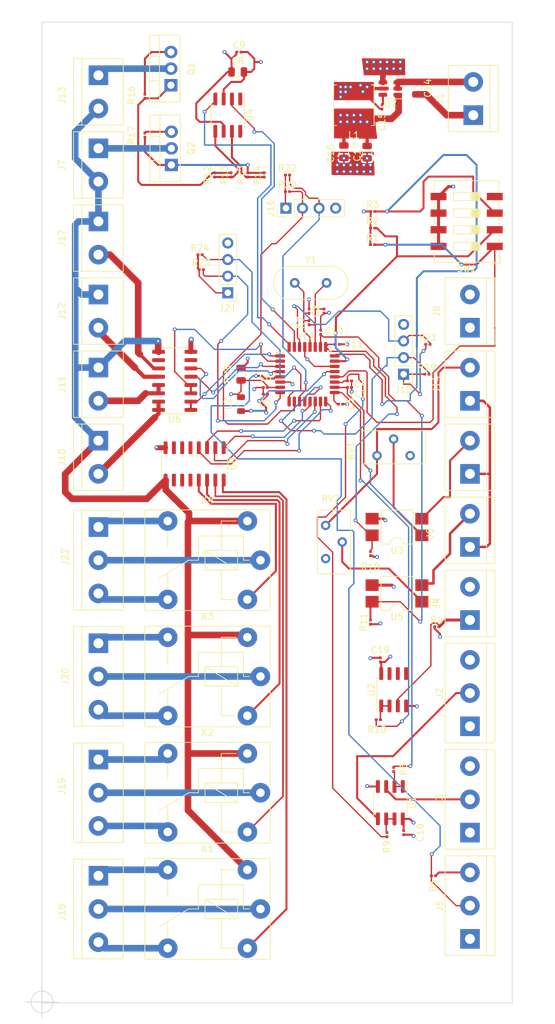
<source format=kicad_pcb>
(kicad_pcb (version 20211014) (generator pcbnew)
  (layers (0 "F.Cu" signal) (1 "In1.Cu" power) (2 "In2.Cu" power) (31 "B.Cu" signal) (34 "B.Paste" user) (35 "F.Paste" user) (36 "B.SilkS" user "B.Silkscreen") (37 "F.SilkS" user "F.Silkscreen") (38 "B.Mask" user) (39 "F.Mask" user) (44 "Edge.Cuts" user))
  (net 0 "")
  (net 1 "+12V")
  (net 2 "Net-(C1-Pad2)")
  (net 3 "Net-(C2-Pad2)")
  (net 4 "/Sensores LIFFY/TDS_DATA")
  (net 5 "+5V")
  (net 6 "GND")
  (net 7 "/Sensores LIFFY/pH_DATA")
  (net 8 "/Sensores LIFFY/LDR_DATA")
  (net 9 "/Sensores LIFFY/LV2")
  (net 10 "/Sensores LIFFY/LV1")
  (net 11 "Net-(C15-Pad1)")
  (net 12 "Net-(J2-Pad2)")
  (net 13 "Net-(J3-Pad2)")
  (net 14 "Net-(J4-Pad1)")
  (net 15 "/Fuente Conmutada 5V/SW")
  (net 16 "GND1")
  (net 17 "+6V")
  (net 18 "/Motor Drivers/PW_MOTOR1")
  (net 19 "/Motor Drivers/PW_MOTOR2")
  (net 20 "Net-(J19-Pad2)")
  (net 21 "/Motor Drivers/MOTOR1")
  (net 22 "/Motor Drivers/MOTOR2")
  (net 23 "Net-(Q1-Pad1)")
  (net 24 "Net-(Q2-Pad1)")
  (net 25 "/Sensores LIFFY/TEMP_HUM")
  (net 26 "/Comunic. & Program./TX_PIN")
  (net 27 "/Comunic. & Program./RX_PIN")
  (net 28 "Net-(R6-Pad1)")
  (net 29 "/Comunic. & Program./SDA_PIN")
  (net 31 "/Comunic. & Program./SCL_PIN")
  (net 32 "/Comunic. & Program./RESET_PIN")
  (net 33 "Net-(J22-Pad2)")
  (net 34 "/4 Relays/RELE1")
  (net 35 "/4 Relays/RELE2")
  (net 36 "Net-(RV2-Pad2)")
  (net 37 "Net-(J19-Pad1)")
  (net 38 "Net-(J19-Pad3)")
  (net 39 "/4 Relays/RELE3")
  (net 40 "/4 Relays/RELE4")
  (net 41 "/DIPSWITCHES/DIP1")
  (net 42 "/DIPSWITCHES/DIP2")
  (net 43 "/DIPSWITCHES/DIP3")
  (net 44 "/Comunic. & Program./BKGD_PIN")
  (net 45 "/Driver MOSFET para PWM 2 Outputs/PWM_R")
  (net 46 "/Driver MOSFET para PWM 2 Outputs/PWM_A")
  (net 47 "Net-(J6-Pad2)")
  (net 48 "Net-(J7-Pad1)")
  (net 49 "Net-(J9-Pad2)")
  (net 50 "Net-(J10-Pad2)")
  (net 51 "Net-(J11-Pad2)")
  (net 52 "Net-(J12-Pad2)")
  (net 53 "Net-(J13-Pad1)")
  (net 54 "Net-(J17-Pad2)")
  (net 55 "Net-(J18-Pad1)")
  (net 56 "Net-(J18-Pad2)")
  (net 57 "Net-(J18-Pad3)")
  (net 58 "Net-(J20-Pad1)")
  (net 59 "Net-(J20-Pad2)")
  (net 60 "Net-(J20-Pad3)")
  (net 61 "Net-(J22-Pad1)")
  (net 62 "Net-(J22-Pad3)")
  (net 63 "Net-(K1-PadA2)")
  (net 64 "Net-(K2-PadA2)")
  (net 65 "Net-(K3-PadA2)")
  (net 66 "Net-(K4-PadA2)")
  (net 67 "Net-(R9-Pad1)")
  (net 68 "Net-(R10-Pad1)")
  (net 69 "Net-(RV1-Pad2)")
  (net 85 "Net-(C7-Pad2)")
  (net 86 "Net-(R12-Pad1)")
  (net 87 "Net-(R14-Pad1)")
  (footprint "TerminalBlock:TerminalBlock_bornier-3_P5.08mm" (layer "F.Cu") (at 64.516 117.856 -90)
    (fp_text reference "J20")
    (fp_text value "CON_REL3")
  )
  (footprint "Package_SO:SOIC-8_3.9x4.9mm_P1.27mm" (layer "F.Cu") (at 109.728 124.968 90)
    (fp_text reference "U2")
    (fp_text value "LM358")
  )
  (footprint "Potentiometer_THT:Potentiometer_Bourns_3296Y_Vertical" (layer "F.Cu") (at 99.314 99.822 90)
    (fp_text reference "RV2")
    (fp_text value "100K_POT")
  )
  (footprint "TerminalBlock:TerminalBlock_bornier-2_P5.08mm" (layer "F.Cu") (at 64.516 64.516 -90)
    (fp_text reference "J12")
    (fp_text value "M3")
  )
  (footprint "Package_DIP:SMDIP-4_W7.62mm" (layer "F.Cu") (at 110.236 100.076 180)
    (fp_text reference "U3")
    (fp_text value "PC817")
  )
  (footprint "Potentiometer_THT:Potentiometer_Bourns_3296Y_Vertical" (layer "F.Cu") (at 107.178 89.159 180)
    (fp_text reference "RV1")
    (fp_text value "100K_POT")
  )
  (footprint "Resistor_SMD:R_0201_0603Metric" (layer "F.Cu") (at 71.628 40.132 90)
    (fp_text reference "R17")
    (fp_text value "10K")
  )
  (footprint "Resistor_SMD:R_0201_0603Metric" (layer "F.Cu") (at 106.517 51.816)
    (fp_text reference "R3")
    (fp_text value "10K")
  )
  (footprint "Package_TO_SOT_SMD:TSOT-23-6" (layer "F.Cu") (at 109.22 33.02 180)
    (fp_text reference "U7")
    (fp_text value "AP63205WU")
  )
  (footprint "Package_TO_SOT_THT:TO-220-3_Vertical" (layer "F.Cu") (at 75.692 44.704 90)
    (fp_text reference "Q2")
    (fp_text value "IRF3205")
  )
  (footprint "Capacitor_SMD:C_0805_2012Metric" (layer "F.Cu") (at 105.664 42.738 -90)
    (fp_text reference "C17")
    (fp_text value "22µ")
  )
  (footprint "Resistor_SMD:R_0201_0603Metric" (layer "F.Cu") (at 106.172 114.62 90)
    (fp_text reference "R11")
    (fp_text value "10K")
  )
  (footprint "TerminalBlock:TerminalBlock_bornier-2_P5.08mm" (layer "F.Cu") (at 64.516 86.868 -90)
    (fp_text reference "J10")
    (fp_text value "M1")
  )
  (footprint "Resistor_SMD:R_0201_0603Metric" (layer "F.Cu") (at 116.332 115.316 180)
    (fp_text reference "R4")
    (fp_text value "100K")
  )
  (footprint "Package_SO:SOIC-16_3.9x9.9mm_P1.27mm" (layer "F.Cu") (at 79.248 90.424 -90)
    (fp_text reference "U8")
    (fp_text value "ULN2003A")
  )
  (footprint "Resistor_SMD:R_0201_0603Metric" (layer "F.Cu") (at 106.517 54.356)
    (fp_text reference "R2")
    (fp_text value "10K")
  )
  (footprint "Capacitor_SMD:C_0805_2012Metric" (layer "F.Cu") (at 85.852 30.48)
    (fp_text reference "C8")
    (fp_text value "4.7µ")
  )
  (footprint "Relay_THT:Relay_SPDT_Finder_36.11" (layer "F.Cu") (at 89.33 158.496 180)
    (fp_text reference "K1")
    (fp_text value "FINDER-36.11")
  )
  (footprint "TerminalBlock:TerminalBlock_bornier-2_P5.08mm" (layer "F.Cu") (at 121.92 37.084 90)
    (fp_text reference "J1")
    (fp_text value "VIN")
  )
  (footprint "Capacitor_SMD:C_0201_0603Metric" (layer "F.Cu") (at 101.6 81.28)
    (fp_text reference "C5")
    (fp_text value "100n")
  )
  (footprint "Resistor_SMD:R_0201_0603Metric" (layer "F.Cu") (at 114.971 72.136)
    (fp_text reference "R21")
    (fp_text value "10K")
  )
  (footprint "Resistor_SMD:R_0201_0603Metric" (layer "F.Cu") (at 93.472 46.228)
    (fp_text reference "R22")
    (fp_text value "10K")
  )
  (footprint "Resistor_SMD:R_0201_0603Metric" (layer "F.Cu") (at 109.728 137.16 90)
    (fp_text reference "R6")
    (fp_text value "1K")
  )
  (footprint "TerminalBlock:TerminalBlock_bornier-2_P5.08mm" (layer "F.Cu") (at 64.516 53.34 -90)
    (fp_text reference "J17")
    (fp_text value "M4")
  )
  (footprint "MountingHole:MountingHole_2.2mm_M2" (layer "F.Cu") (at 58.928 25.908)
    (fp_text reference "HOLE4" hide)
    (fp_text value "MountingHole_2.2mm_M2")
  )
  (footprint "TerminalBlock:TerminalBlock_bornier-3_P5.08mm" (layer "F.Cu") (at 121.412 163.068 90)
    (fp_text reference "J5")
    (fp_text value "DHT11")
  )
  (footprint "Resistor_SMD:R_0201_0603Metric" (layer "F.Cu") (at 106.492 56.896)
    (fp_text reference "R1")
    (fp_text value "10K")
  )
  (footprint "TerminalBlock:TerminalBlock_bornier-3_P5.08mm" (layer "F.Cu") (at 64.516 153.416 -90)
    (fp_text reference "J18")
    (fp_text value "CON_REL1")
  )
  (footprint "MountingHole:MountingHole_2.2mm_M2" (layer "F.Cu") (at 124.968 25.908)
    (fp_text reference "HOLE3" hide)
    (fp_text value "MountingHole_2.2mm_M2")
  )
  (footprint "Capacitor_SMD:C_0805_2012Metric" (layer "F.Cu") (at 102.108 42.672 -90)
    (fp_text reference "C16")
    (fp_text value "22µ")
  )
  (footprint "Connector_PinHeader_2.54mm:PinHeader_1x04_P2.54mm_Vertical" (layer "F.Cu") (at 111.252 76.708 180)
    (fp_text reference "J15")
    (fp_text value "Program_Pins")
  )
  (footprint "TerminalBlock:TerminalBlock_bornier-3_P5.08mm" (layer "F.Cu") (at 121.412 146.812 90)
    (fp_text reference "J3")
    (fp_text value "TDS")
  )
  (footprint "Resistor_SMD:R_0201_0603Metric" (layer "F.Cu") (at 96.774 68.834 -90)
    (fp_text reference "R7")
    (fp_text value "1M")
  )
  (footprint "Resistor_SMD:R_0201_0603Metric" (layer "F.Cu") (at 115.824 153.416 180)
    (fp_text reference "R5")
    (fp_text value "10K")
  )
  (footprint "TerminalBlock:TerminalBlock_bornier-2_P5.08mm" (layer "F.Cu") (at 121.412 69.596 90)
    (fp_text reference "J8")
    (fp_text value "5V_OUT")
  )
  (footprint "Resistor_SMD:R_0201_0603Metric" (layer "F.Cu") (at 93.472 48.768)
    (fp_text reference "R20")
    (fp_text value "10K")
  )
  (footprint "Capacitor_SMD:C_0201_0603Metric" (layer "F.Cu") (at 111.252 146.812 -90)
    (fp_text reference "C18")
    (fp_text value "100n")
  )
  (footprint "Connector_PinHeader_2.54mm:PinHeader_1x04_P2.54mm_Vertical" (layer "F.Cu") (at 84.328 64.252 180)
    (fp_text reference "J21")
    (fp_text value "CONN_UART")
  )
  (footprint "Package_SO:SOIC-16_3.9x9.9mm_P1.27mm" (layer "F.Cu") (at 76.2 77.724 180)
    (fp_text reference "U6")
    (fp_text value "ULN2003A")
  )
  (footprint "Relay_THT:Relay_SPDT_Finder_36.11" (layer "F.Cu") (at 89.33 105.156 180)
    (fp_text reference "K4")
    (fp_text value "FINDER-36.11")
  )
  (footprint "Capacitor_SMD:C_0201_0603Metric" (layer "F.Cu") (at 102.961 78.74)
    (fp_text reference "C3")
    (fp_text value "100n")
  )
  (footprint "Capacitor_SMD:C_0201_0603Metric" (layer "F.Cu") (at 98.552 70.292 90)
    (fp_text reference "C10")
    (fp_text value "100n")
  )
  (footprint "Connector_PinHeader_2.54mm:PinHeader_1x04_P2.54mm_Vertical" (layer "F.Cu") (at 93.228 51.308 90)
    (fp_text reference "J16")
    (fp_text value "CONN_I2C")
  )
  (footprint "Package_SO:SOIC-8_3.9x4.9mm_P1.27mm" (layer "F.Cu") (at 109.22 142.24 -90)
    (fp_text reference "U1")
    (fp_text value "LM358")
  )
  (footprint "Inductor_SMD:L_Bourns_SRN6045TA" (layer "F.Cu") (at 103.632 35.56 -90)
    (fp_text reference "L1")
    (fp_text value "4.7µ")
  )
  (footprint "Capacitor_SMD:C_0805_2012Metric" (layer "F.Cu") (at 86.36 76.708 90)
    (fp_text reference "RV3")
    (fp_text value "Varistor_6V")
  )
  (footprint "Resistor_SMD:R_0201_0603Metric" (layer "F.Cu") (at 107.376 129.54 180)
    (fp_text reference "R10")
    (fp_text value "1K")
  )
  (footprint "Resistor_SMD:R_0201_0603Metric" (layer "F.Cu") (at 89.916 46.228 90)
    (fp_text reference "R14")
    (fp_text value "10")
  )
  (footprint "Capacitor_SMD:C_0201_0603Metric" (layer "F.Cu") (at 96.774 67.056 -90)
    (fp_text reference "C2")
    (fp_text value "30p")
  )
  (footprint "MountingHole:MountingHole_2.2mm_M2" (layer "F.Cu") (at 124.968 169.672)
    (fp_text reference "HOLE2" hide)
    (fp_text value "MountingHole_2.2mm_M2")
  )
  (footprint "Resistor_SMD:R_0201_0603Metric" (layer "F.Cu") (at 84.836 46.228 90)
    (fp_text reference "R13")
    (fp_text value "10")
  )
  (footprint "Package_SO:SOIC-8_3.9x4.9mm_P1.27mm" (layer "F.Cu") (at 84.328 37.084 -90)
    (fp_text reference "U4")
    (fp_text value "MIC4427")
  )
  (footprint "Capacitor_SMD:C_0201_0603Metric" (layer "F.Cu") (at 99.06 67.056 90)
    (fp_text reference "C1")
    (fp_text value "30p")
  )
  (footprint "TerminalBlock:TerminalBlock_bornier-2_P5.08mm" (layer "F.Cu") (at 121.412 103.124 90)
    (fp_text reference "J9")
    (fp_text value "LEVEL_SENSOR1")
  )
  (footprint "Capacitor_SMD:C_0201_0603Metric" (layer "F.Cu") (at 102.961 77.724)
    (fp_text reference "C4")
    (fp_text value "100n")
  )
  (footprint "Capacitor_SMD:C_0201_0603Metric" (layer "F.Cu") (at 86.04 27.432)
    (fp_text reference "C9")
    (fp_text value "100n")
  )
  (footprint "Capacitor_SMD:C_0201_0603Metric" (layer "F.Cu") (at 107.95 35.814 -90)
    (fp_text reference "C15")
    (fp_text value "100n")
  )
  (footprint "Resistor_SMD:R_0201_0603Metric" (layer "F.Cu") (at 106.172 104.14 90)
    (fp_text reference "R18")
    (fp_text value "10K")
  )
  (footprint "Resistor_SMD:R_0201_0603Metric" (layer "F.Cu") (at 80.264 60.706)
    (fp_text reference "R23")
    (fp_text value "10K")
  )
  (footprint "Capacitor_SMD:C_0201_0603Metric" (layer "F.Cu") (at 90.079 79.756)
    (fp_text reference "C7")
    (fp_text value "100n")
  )
  (footprint "Resistor_SMD:R_0201_0603Metric" (layer "F.Cu") (at 114.808 76.708)
    (fp_text reference "R19")
    (fp_text value "10K")
  )
  (footprint "Capacitor_SMD:C_0805_2012Metric" (layer "F.Cu") (at 113.284 32.954 -90)
    (fp_text reference "C14")
    (fp_text value "10µ")
  )
  (footprint "TerminalBlock:TerminalBlock_bornier-2_P5.08mm" (layer "F.Cu") (at 121.412 114.3 90)
    (fp_text reference "J4")
    (fp_text value "LDR_CONECTOR")
  )
  (footprint "TerminalBlock:TerminalBlock_bornier-2_P5.08mm" (layer "F.Cu") (at 64.516 75.692 -90)
    (fp_text reference "J11")
    (fp_text value "M2")
  )
  (footprint "Crystal:Crystal_HC49-4H_Vertical" (layer "F.Cu") (at 94.578 62.738)
    (fp_text reference "Y1")
    (fp_text value "Crystal 4 MHz")
  )
  (footprint "Resistor_SMD:R_0201_0603Metric" (layer "F.Cu") (at 82.296 46.228 90)
    (fp_text reference "R12")
    (fp_text value "10")
  )
  (footprint "TerminalBlock:TerminalBlock_bornier-2_P5.08mm" (layer "F.Cu") (at 121.412 80.772 90)
    (fp_text reference "J14")
    (fp_text value "VIN2")
  )
  (footprint "Resistor_SMD:R_0201_0603Metric" (layer "F.Cu") (at 108.712 147.132 -90)
    (fp_text reference "R9")
    (fp_text value "1K")
  )
  (footprint "Capacitor_SMD:C_0201_0603Metric" (layer "F.Cu") (at 101.092 72.136)
    (fp_text reference "C11")
    (fp_text value "100n")
  )
  (footprint "Capacitor_SMD:C_0201_0603Metric" (layer "F.Cu") (at 90.079 78.74)
    (fp_text reference "C6")
    (fp_text value "100n")
  )
  (footprint "Package_DIP:SMDIP-4_W7.62mm" (layer "F.Cu") (at 110.236 110.236 180)
    (fp_text reference "U5")
    (fp_text value "PC817")
  )
  (footprint "TerminalBlock:TerminalBlock_bornier-3_P5.08mm" (layer "F.Cu") (at 121.412 130.556 90)
    (fp_text reference "J2")
    (fp_text value "pH")
  )
  (footprint "Relay_THT:Relay_SPDT_Finder_36.11" (layer "F.Cu") (at 89.33 122.936 180)
    (fp_text reference "K3")
    (fp_text value "FINDER-36.11")
  )
  (footprint "Resistor_SMD:R_0201_0603Metric" (layer "F.Cu") (at 80.076 58.42)
    (fp_text reference "R24")
    (fp_text value "10K")
  )
  (footprint "TerminalBlock:TerminalBlock_bornier-3_P5.08mm" (layer "F.Cu") (at 64.516 135.636 -90)
    (fp_text reference "J19")
    (fp_text value "CON_REL2")
  )
  (footprint "MountingHole:MountingHole_2.2mm_M2" (layer "F.Cu") (at 58.928 169.672)
    (fp_text reference "HOLE1" hide)
    (fp_text value "MountingHole_2.2mm_M2")
  )
  (footprint "Capacitor_SMD:C_0201_0603Metric" (layer "F.Cu") (at 107.696 120.396 90)
    (fp_text reference "C19")
    (fp_text value "100n")
  )
  (footprint "Resistor_SMD:R_0201_0603Metric" (layer "F.Cu") (at 87.376 46.228 90)
    (fp_text reference "R15")
    (fp_text value "10")
  )
  (footprint "Button_Switch_SMD:SW_DIP_SPSTx04_Slide_9.78x12.34mm_W8.61mm_P2.54mm" (layer "F.Cu") (at 120.904 53.34 180)
    (fp_text reference "SW1")
    (fp_text value "SW_DIP_x04")
  )
  (footprint "Package_TO_SOT_THT:TO-220-3_Vertical" (layer "F.Cu") (at 75.621 32.512 90)
    (fp_text reference "Q1")
    (fp_text value "IRF3205")
  )
  (footprint "Inductor_SMD:L_0805_2012Metric" (layer "F.Cu") (at 86.36 81.28 -90)
    (fp_text reference "L2")
    (fp_text value "27n")
  )
  (footprint "TerminalBlock:TerminalBlock_bornier-3_P5.08mm" (layer "F.Cu") (at 64.516 100.076 -90)
    (fp_text reference "J22")
    (fp_text value "CON_REL4")
  )
  (footprint "TerminalBlock:TerminalBlock_bornier-2_P5.08mm" (layer "F.Cu") (at 64.516 42.164 -90)
    (fp_text reference "J7")
    (fp_text value "LEDBAR1")
  )
  (footprint "Relay_THT:Relay_SPDT_Finder_36.11" (layer "F.Cu") (at 89.33 140.716 180)
    (fp_text reference "K2")
    (fp_text value "FINDER-36.11")
  )
  (footprint "Package_QFP:LQFP-32_7x7mm_P0.8mm" (layer "F.Cu") (at 96.52 76.708)
    (fp_text reference "IC1")
    (fp_text value "MC9S08MP16xLC")
  )
  (footprint "TerminalBlock:TerminalBlock_bornier-2_P5.08mm" (layer "F.Cu") (at 64.516 30.988 -90)
    (fp_text reference "J13")
    (fp_text value "LEDBAR2")
  )
  (footprint "Resistor_SMD:R_0201_0603Metric" (layer "F.Cu") (at 71.628 34.199 90)
    (fp_text reference "R16")
    (fp_text value "10K")
  )
  (footprint "TerminalBlock:TerminalBlock_bornier-2_P5.08mm" (layer "F.Cu") (at 121.412 91.948 90)
    (fp_text reference "J6")
    (fp_text value "LEVEL_SENSOR2")
  )
  (gr_rect (start 55.88 22.86) (end 127.88 172.86) (layer "Edge.Cuts") (width 0.1) (fill none))
  (target plus (at 55.88 172.72) (size 5) (width 0.1) (layer "Edge.Cuts"))
  (segment (start 87.33 134.716) (end 78.328 134.716) (width 1.016) (layer "F.Cu") (net 1))
  (segment (start 79.502 35.265919) (end 84.287919 30.48) (width 0.3048) (layer "F.Cu") (net 1))
  (segment (start 78.39 99.156) (end 82.392 99.156) (width 1.016) (layer "F.Cu") (net 1))
  (segment (start 83.693 39.559001) (end 83.693 38.564922) (width 0.3048) (layer "F.Cu") (net 1))
  (segment (start 84.901989 30.48) (end 84.901989 28.513989) (width 0.3048) (layer "F.Cu") (net 1))
  (segment (start 110.357488 33.02) (end 110.357488 32.069989) (width 0.762) (layer "F.Cu") (net 1))
  (segment (start 59.436 91.948) (end 64.516 86.868) (width 1.016) (layer "F.Cu") (net 1))
  (segment (start 74.803 94.361) (end 74.803 92.899) (width 1.016) (layer "F.Cu") (net 1))
  (segment (start 87.33 99.156) (end 82.392 99.156) (width 1.016) (layer "F.Cu") (net 1))
  (segment (start 113.284 32.004) (end 110.4235 32.004) (width 1.016) (layer "F.Cu") (net 1))
  (segment (start 71.944 95.758) (end 60.452 95.758) (width 1.016) (layer "F.Cu") (net 1))
  (segment (start 84.901989 28.513989) (end 85.622486 27.793518) (width 0.3048) (layer "F.Cu") (net 1))
  (segment (start 78.328 134.716) (end 78.232 134.62) (width 0.25) (layer "F.Cu") (net 1))
  (segment (start 60.452 95.758) (end 59.436 94.742) (width 1.016) (layer "F.Cu") (net 1))
  (segment (start 84.901989 28.513989) (end 83.82 27.432) (width 0.3048) (layer "F.Cu") (net 1))
  (segment (start 113.284 32.004) (end 121.92 32.004) (width 1.016) (layer "F.Cu") (net 1))
  (segment (start 83.228078 38.1) (end 80.01 38.1) (width 0.3048) (layer "F.Cu") (net 1))
  (segment (start 73.66 71.628) (end 73.66 73.214) (width 1.016) (layer "F.Cu") (net 1))
  (segment (start 59.436 94.742) (end 59.436 91.948) (width 1.016) (layer "F.Cu") (net 1))
  (segment (start 78.232 143.398) (end 87.33 152.496) (width 1.016) (layer "F.Cu") (net 1))
  (segment (start 110.4235 32.004) (end 110.3575 32.07) (width 1.016) (layer "F.Cu") (net 1))
  (segment (start 80.01 38.1) (end 79.502 37.592) (width 0.3048) (layer "F.Cu") (net 1))
  (segment (start 73.66 73.214) (end 73.725 73.279) (width 1.016) (layer "F.Cu") (net 1))
  (segment (start 78.39 99.156) (end 78.39 97.948) (width 1.016) (layer "F.Cu") (net 1))
  (segment (start 78.39 97.948) (end 74.803 94.361) (width 1.016) (layer "F.Cu") (net 1))
  (segment (start 78.232 134.62) (end 78.232 99.314) (width 1.016) (layer "F.Cu") (net 1))
  (segment (start 83.693 38.564922) (end 83.228078 38.1) (width 0.3048) (layer "F.Cu") (net 1))
  (segment (start 78.232 134.62) (end 78.232 143.398) (width 1.016) (layer "F.Cu") (net 1))
  (segment (start 84.287919 30.48) (end 84.901989 30.48) (width 0.3048) (layer "F.Cu") (net 1))
  (segment (start 79.502 37.592) (end 79.502 35.265919) (width 0.3048) (layer "F.Cu") (net 1))
  (segment (start 87.33 116.936) (end 86.98 116.586) (width 1.016) (layer "F.Cu") (net 1))
  (segment (start 78.232 99.314) (end 78.39 99.156) (width 1.016) (layer "F.Cu") (net 1))
  (segment (start 86.98 116.586) (end 78.232 116.586) (width 1.016) (layer "F.Cu") (net 1))
  (segment (start 85.622486 27.793518) (end 85.622486 27.432) (width 0.3048) (layer "F.Cu") (net 1))
  (segment (start 74.803 92.899) (end 71.944 95.758) (width 1.016) (layer "F.Cu") (net 1))
  (via (at 73.66 71.628) (size 0.6096) (drill 0.3048) (layers "F.Cu" "B.Cu") (net 1))
  (via (at 83.82 27.432) (size 0.6096) (drill 0.3048) (layers "F.Cu" "B.Cu") (net 1))
  (segment (start 64.516 47.244) (end 60.96 43.688) (width 1.016) (layer "B.Cu") (net 1))
  (segment (start 61.976 64.516) (end 64.516 64.516) (width 1.016) (layer "B.Cu") (net 1))
  (segment (start 68.58 71.628) (end 73.66 71.628) (width 1.016) (layer "B.Cu") (net 1))
  (segment (start 64.516 53.34) (end 61.468 53.34) (width 1.016) (layer "B.Cu") (net 1))
  (segment (start 60.96 63.5) (end 61.976 64.516) (width 1.016) (layer "B.Cu") (net 1))
  (segment (start 60.96 53.848) (end 60.96 63.5) (width 1.016) (layer "B.Cu") (net 1))
  (segment (start 66.929 73.279) (end 68.58 71.628) (width 1.016) (layer "B.Cu") (net 1))
  (segment (start 60.96 43.688) (end 60.96 39.624) (width 1.016) (layer "B.Cu") (net 1))
  (segment (start 60.96 39.624) (end 64.516 36.068) (width 1.016) (layer "B.Cu") (net 1))
  (segment (start 60.96 83.312) (end 60.96 75.692) (width 1.016) (layer "B.Cu") (net 1))
  (segment (start 64.516 75.692) (end 60.96 75.692) (width 1.016) (layer "B.Cu") (net 1))
  (segment (start 61.468 53.34) (end 60.96 53.848) (width 1.016) (layer "B.Cu") (net 1))
  (segment (start 64.516 53.34) (end 64.516 47.244) (width 1.016) (layer "B.Cu") (net 1))
  (segment (start 64.516 86.868) (end 60.96 83.312) (width 1.016) (layer "B.Cu") (net 1))
  (segment (start 60.96 75.692) (end 60.96 63.5) (width 1.016) (layer "B.Cu") (net 1))
  (segment (start 66.929 73.279) (end 64.516 75.692) (width 1.016) (layer "B.Cu") (net 1))
  (segment (start 99.458 62.738) (end 97.72 64.476) (width 0.2032) (layer "F.Cu") (net 2))
  (segment (start 96.774 69.154) (end 97.602 69.154) (width 0.2032) (layer "F.Cu") (net 2))
  (segment (start 97.838 66.736) (end 97.72 66.618) (width 0.2032) (layer "F.Cu") (net 2))
  (segment (start 97.602 69.154) (end 97.72 69.272) (width 0.2032) (layer "F.Cu") (net 2))
  (segment (start 99.06 66.736) (end 97.838 66.736) (width 0.2032) (layer "F.Cu") (net 2))
  (segment (start 97.72 69.272) (end 97.72 72.533) (width 0.2032) (layer "F.Cu") (net 2))
  (segment (start 97.72 64.476) (end 97.72 66.618) (width 0.2032) (layer "F.Cu") (net 2))
  (segment (start 97.72 66.618) (end 97.72 69.272) (width 0.2032) (layer "F.Cu") (net 2))
  (segment (start 95.96488 66.75488) (end 95.96488 68.53288) (width 0.2032) (layer "F.Cu") (net 3))
  (segment (start 96.92 71.063874) (end 96.92 72.533) (width 0.2032) (layer "F.Cu") (net 3))
  (segment (start 94.578 62.738) (end 95.96488 64.12488) (width 0.2032) (layer "F.Cu") (net 3))
  (segment (start 95.98376 68.514) (end 95.96488 68.53288) (width 0.2032) (layer "F.Cu") (net 3))
  (segment (start 96.078 67.376) (end 96.012 67.31) (width 0.2032) (layer "F.Cu") (net 3))
  (segment (start 95.96488 70.108754) (end 96.92 71.063874) (width 0.2032) (layer "F.Cu") (net 3))
  (segment (start 95.96488 66.59512) (end 95.96488 66.75488) (width 0.2032) (layer "F.Cu") (net 3))
  (segment (start 95.96488 64.12488) (end 95.96488 66.59512) (width 0.2032) (layer "F.Cu") (net 3))
  (segment (start 96.774 68.514) (end 95.98376 68.514) (width 0.2032) (layer "F.Cu") (net 3))
  (segment (start 95.96488 68.53288) (end 95.96488 70.108754) (width 0.2032) (layer "F.Cu") (net 3))
  (segment (start 96.774 67.376) (end 96.078 67.376) (width 0.2032) (layer "F.Cu") (net 3))
  (segment (start 109.916 136.652) (end 109.728 136.84) (width 0.2032) (layer "F.Cu") (net 4))
  (segment (start 106.172 91.44) (end 105.15648 90.42448) (width 0.2032) (layer "F.Cu") (net 4))
  (segment (start 112.268 136.652) (end 109.916 136.652) (width 0.2032) (layer "F.Cu") (net 4))
  (segment (start 100.727 78.74) (end 100.695 78.708) (width 0.2032) (layer "F.Cu") (net 4))
  (segment (start 105.15648 90.42448) (end 105.15648 82.241324) (width 0.2032) (layer "F.Cu") (net 4))
  (segment (start 102.616 78.765) (end 102.641 78.74) (width 0.2032) (layer "F.Cu") (net 4))
  (segment (start 105.15648 82.241324) (end 102.641 79.725844) (width 0.2032) (layer "F.Cu") (net 4))
  (segment (start 102.641 79.725844) (end 102.641 78.74) (width 0.2032) (layer "F.Cu") (net 4))
  (segment (start 102.641 78.74) (end 100.727 78.74) (width 0.2032) (layer "F.Cu") (net 4))
  (via (at 112.268 136.652) (size 0.6096) (drill 0.3048) (layers "F.Cu" "B.Cu") (net 4))
  (via (at 106.172 91.44) (size 0.6096) (drill 0.3048) (layers "F.Cu" "B.Cu") (net 4))
  (segment (start 106.172 93.472) (end 112.522 99.822) (width 0.2032) (layer "B.Cu") (net 4))
  (segment (start 112.522 99.822) (end 112.522 136.398) (width 0.2032) (layer "B.Cu") (net 4))
  (segment (start 112.522 136.398) (end 112.268 136.652) (width 0.2032) (layer "B.Cu") (net 4))
  (segment (start 106.172 91.44) (end 106.172 93.472) (width 0.2032) (layer "B.Cu") (net 4))
  (segment (start 108.392011 120.715989) (end 109.22 119.888) (width 0.3048) (layer "F.Cu") (net 5))
  (segment (start 106.172 54.381) (end 106.197 54.356) (width 0.3048) (layer "F.Cu") (net 5))
  (segment (start 111.252 146.492) (end 111.252 144.842) (width 0.3048) (layer "F.Cu") (net 5))
  (segment (start 114.651 72.801) (end 114.3 73.152) (width 0.2032) (layer "F.Cu") (net 5))
  (segment (start 121.412 152.908) (end 116.652 152.908) (width 0.3048) (layer "F.Cu") (net 5))
  (segment (start 109.431 37.635) (end 110.49 36.576) (width 1.016) (layer "F.Cu") (net 5))
  (segment (start 93.152 51.232) (end 93.152 48.768) (width 0.2032) (layer "F.Cu") (net 5))
  (segment (start 116.652 152.908) (end 116.144 153.416) (width 0.3048) (layer "F.Cu") (net 5))
  (segment (start 106.665478 104.648) (end 106.477478 104.46) (width 0.3048) (layer "F.Cu") (net 5))
  (segment (start 103.632 37.635) (end 109.431 37.635) (width 1.016) (layer "F.Cu") (net 5))
  (segment (start 107.823 120.843) (end 107.696 120.716) (width 0.3048) (layer "F.Cu") (net 5))
  (segment (start 85.8985 79.756) (end 84.836 79.756) (width 0.2032) (layer "F.Cu") (net 5))
  (segment (start 93.228 51.308) (end 93.152 51.232) (width 0.2032) (layer "F.Cu") (net 5))
  (segment (start 105.664 41.788004) (end 105.664 39.624) (width 0.508) (layer "F.Cu") (net 5))
  (segment (start 113.792 79.756) (end 112.268 78.232) (width 0.2032) (layer "F.Cu") (net 5))
  (segment (start 84.328 64.252) (end 82.494364 64.252) (width 0.2032) (layer "F.Cu") (net 5))
  (segment (start 107.696 120.716) (end 108.392 120.716) (width 0.3048) (layer "F.Cu") (net 5))
  (segment (start 86.36 77.658) (end 86.36 79.2945) (width 0.2032) (layer "F.Cu") (net 5))
  (segment (start 90.399 78.506364) (end 89.550636 77.658) (width 0.2032) (layer "F.Cu") (net 5))
  (segment (start 107.188 104.648) (end 106.665478 104.648) (width 0.3048) (layer "F.Cu") (net 5))
  (segment (start 106.197 51.816) (end 106.197 54.356) (width 0.3048) (layer "F.Cu") (net 5))
  (segment (start 89.550636 77.658) (end 86.36 77.658) (width 0.2032) (layer "F.Cu") (net 5))
  (segment (start 112.268 78.232) (end 111.252 78.232) (width 0.2032) (layer "F.Cu") (net 5))
  (segment (start 93.152 48.768) (end 93.152 46.228) (width 0.2032) (layer "F.Cu") (net 5))
  (segment (start 102.108 41.722) (end 102.108 39.624) (width 0.508) (layer "F.Cu") (net 5))
  (segment (start 111.125 144.715) (end 112.203 144.715) (width 0.3048) (layer "F.Cu") (net 5))
  (segment (start 86.36 80.2175) (end 85.8985 79.756) (width 0.2032) (layer "F.Cu") (net 5))
  (segment (start 79.756 58.42) (end 79.756 60.517989) (width 0.3048) (layer "F.Cu") (net 5))
  (segment (start 86.36 79.2945) (end 85.8985 79.756) (width 0.2032) (layer "F.Cu") (net 5))
  (segment (start 90.399 78.74) (end 90.399 78.506364) (width 0.2032) (layer "F.Cu") (net 5))
  (segment (start 111.252 78.232) (end 111.252 76.708) (width 0.2032) (layer "F.Cu") (net 5))
  (segment (start 107.564 114.94) (end 107.696 114.808) (width 0.3048) (layer "F.Cu") (net 5))
  (segment (start 92.313 78.74) (end 92.345 78.708) (width 0.2032) (layer "F.Cu") (net 5))
  (segment (start 82.494364 64.252) (end 79.944 61.701636) (width 0.2032) (layer "F.Cu") (net 5))
  (segment (start 111.252 144.842) (end 111.125 144.715) (width 0.3048) (layer "F.Cu") (net 5))
  (segment (start 90.399 78.74) (end 92.313 78.74) (width 0.2032) (layer "F.Cu") (net 5))
  (segment (start 110.49 36.576) (end 110.49 34.16252) (width 1.016) (layer "F.Cu") (net 5))
  (segment (start 112.203 144.715) (end 112.776 145.288) (width 0.3048) (layer "F.Cu") (net 5))
  (segment (start 110.49 34.16252) (end 110.3575 34.16252) (width 1.016) (layer "F.Cu") (net 5))
  (segment (start 114.488 76.708) (end 111.252 76.708) (width 0.2032) (layer "F.Cu") (net 5))
  (segment (start 106.172 114.94) (end 107.564 114.94) (width 0.3048) (layer "F.Cu") (net 5))
  (segment (start 107.823 122.493) (end 107.823 120.843) (width 0.3048) (layer "F.Cu") (net 5))
  (segment (start 106.172 56.896) (end 106.172 54.381) (width 0.3048) (layer "F.Cu") (net 5))
  (segment (start 79.944011 61.701629) (end 79.944011 60.706) (width 0.2032) (layer "F.Cu") (net 5))
  (segment (start 114.651 72.136) (end 114.651 72.801) (width 0.2032) (layer "F.Cu") (net 5))
  (segment (start 106.477478 104.46) (end 106.172 104.46) (width 0.3048) (layer "F.Cu") (net 5))
  (segment (start 79.756 60.518) (end 79.944 60.706) (width 0.3048) (layer "F.Cu") (net 5))
  (segment (start 105.156 51.816) (end 106.196994 51.816) (width 0.3048) (layer "F.Cu") (net 5))
  (via (at 102.616 38.1) (size 0.6096) (drill 0.3048) (layers "F.Cu" "B.Cu") (net 5))
  (via (at 112.776 145.288) (size 0.6096) (drill 0.3048) (layers "F.Cu" "B.Cu") (net 5))
  (via (at 103.632 38.1) (size 0.6096) (drill 0.3048) (layers "F.Cu" "B.Cu") (net 5))
  (via (at 101.6 38.1) (size 0.6096) (drill 0.3048) (layers "F.Cu" "B.Cu") (net 5))
  (via (at 109.22 119.888) (size 0.6096) (drill 0.3048) (layers "F.Cu" "B.Cu") (net 5))
  (via (at 105.156 51.816) (size 0.6096) (drill 0.3048) (layers "F.Cu" "B.Cu") (net 5))
  (via (at 104.648 37.084) (size 0.6096) (drill 0.3048) (layers "F.Cu" "B.Cu") (net 5))
  (via (at 107.188 104.648) (size 0.6096) (drill 0.3048) (layers "F.Cu" "B.Cu") (net 5))
  (via (at 107.696 114.808) (size 0.6096) (drill 0.3048) (layers "F.Cu" "B.Cu") (net 5))
  (via (at 102.616 37.084) (size 0.6096) (drill 0.3048) (layers "F.Cu" "B.Cu") (net 5))
  (via (at 104.648 38.1) (size 0.6096) (drill 0.3048) (layers "F.Cu" "B.Cu") (net 5))
  (via (at 101.6 37.084) (size 0.6096) (drill 0.3048) (layers "F.Cu" "B.Cu") (net 5))
  (via (at 114.3 73.152) (size 0.6096) (drill 0.3048) (layers "F.Cu" "B.Cu") (net 5))
  (via (at 103.632 37.084) (size 0.6096) (drill 0.3048) (layers "F.Cu" "B.Cu") (net 5))
  (via (at 84.836 79.756) (size 0.6096) (drill 0.3048) (layers "F.Cu" "B.Cu") (net 5))
  (via (at 105.664 38.1) (size 0.6096) (drill 0.3048) (layers "F.Cu" "B.Cu") (net 5))
  (via (at 113.792 79.756) (size 0.6096) (drill 0.3048) (layers "F.Cu" "B.Cu") (net 5))
  (segment (start 113.792 73.66) (end 113.792 79.756) (width 0.2032) (layer "B.Cu") (net 5))
  (segment (start 114.3 73.152) (end 113.792 73.66) (width 0.2032) (layer "B.Cu") (net 5))
  (segment (start 121.92 37.084) (end 117.856 37.084) (width 1.016) (layer "F.Cu") (net 6))
  (segment (start 88.646 78.74) (end 89.759 78.74) (width 0.2032) (layer "F.Cu") (net 6))
  (segment (start 86.36 32.004) (end 86.802011 31.561989) (width 0.3048) (layer "F.Cu") (net 6))
  (segment (start 71.628 33.879) (end 71.628 28.448) (width 0.3048) (layer "F.Cu") (net 6))
  (segment (start 108.082512 32.069989) (end 108.082512 30.601488) (width 0.889) (layer "F.Cu") (net 6))
  (segment (start 97.606 75.508) (end 100.695 75.508) (width 0.2032) (layer "F.Cu") (net 6))
  (segment (start 73.471 87.949) (end 73.406 87.884) (width 0.3048) (layer "F.Cu") (net 6))
  (segment (start 118.123 48.006) (end 116.599 49.53) (width 0.4572) (layer "F.Cu") (net 6))
  (segment (start 103.281 79.368902) (end 103.281 78.74) (width 0.2032) (layer "F.Cu") (net 6))
  (segment (start 71.816 39.624) (end 75.692 39.624) (width 0.3048) (layer "F.Cu") (net 6))
  (segment (start 113.219 127.443) (end 113.284 127.508) (width 0.3048) (layer "F.Cu") (net 6))
  (segment (start 98.552 69.972) (end 98.552 67.884) (width 0.2032) (layer "F.Cu") (net 6))
  (segment (start 116.84 116.84) (end 116.84 116.449478) (width 0.3048) (layer "F.Cu") (net 6))
  (segment (start 114.676 33.904) (end 117.856 37.084) (width 1.016) (layer "F.Cu") (net 6))
  (segment (start 109.474 108.966) (end 109.728 109.22) (width 0.4572) (layer "F.Cu") (net 6))
  (segment (start 106.172 120.142) (end 106.238 120.076) (width 0.3048) (layer "F.Cu") (net 6))
  (segment (start 116.599 54.61) (end 116.599 57.15) (width 0.4572) (layer "F.Cu") (net 6))
  (segment (start 96.12 74.022) (end 96.52 74.422) (width 0.2032) (layer "F.Cu") (net 6))
  (segment (start 83.693 34.609) (end 83.693 33.147) (width 0.3048) (layer "F.Cu") (net 6))
  (segment (start 94.234 78.232) (end 93.91 77.908) (width 0.2032) (layer "F.Cu") (net 6))
  (segment (start 86.802011 31.561989) (end 86.802011 30.48) (width 0.3048) (layer "F.Cu") (net 6))
  (segment (start 86.802011 30.48) (end 87.884 30.48) (width 0.3048) (layer "F.Cu") (net 6))
  (segment (start 88.392 28.448) (end 87.376 27.432) (width 0.3048) (layer "F.Cu") (net 6))
  (segment (start 118.872 48.006) (end 118.123 48.006) (width 0.4572) (layer "F.Cu") (net 6))
  (segment (start 105.598 43.622) (end 105.664 43.688) (width 0.508) (layer "F.Cu") (net 6))
  (segment (start 89.759 78.74) (end 89.759 79.756) (width 0.2032) (layer "F.Cu") (net 6))
  (segment (start 86.541102 75.757989) (end 87.376 74.923091) (width 0.3048) (layer "F.Cu") (net 6))
  (segment (start 87.376 74.923091) (end 87.376 74.3199) (width 0.3048) (layer "F.Cu") (net 6))
  (segment (start 98.552 67.884) (end 99.06 67.376) (width 0.2032) (layer "F.Cu") (net 6))
  (segment (start 99.06 67.376) (end 99.756 67.376) (width 0.2032) (layer "F.Cu") (net 6))
  (segment (start 113.284 33.904) (end 114.676 33.904) (width 1.016) (layer "F.Cu") (net 6))
  (segment (start 102.616 81.28) (end 101.919989 81.28) (width 0.2032) (layer "F.Cu") (net 6))
  (segment (start 112.588 147.132) (end 112.776 147.32) (width 0.3048) (layer "F.Cu") (net 6))
  (segment (start 108.0825 30.6015) (end 108.712 29.972) (width 1.016) (layer "F.Cu") (net 6))
  (segment (start 78.74 71.374) (end 78.675 71.439) (width 0.3048) (layer "F.Cu") (net 6))
  (segment (start 84.836 32.004) (end 86.36 32.004) (width 0.3048) (layer "F.Cu") (net 6))
  (segment (start 111.633 127.443) (end 113.219 127.443) (width 0.3048) (layer "F.Cu") (net 6))
  (segment (start 116.012 115.621478) (end 116.012 115.316) (width 0.3048) (layer "F.Cu") (net 6))
  (segment (start 88.392 29.972) (end 88.392 28.956) (width 0.3048) (layer "F.Cu") (net 6))
  (segment (start 88.392 28.956) (end 88.392 28.448) (width 0.3048) (layer "F.Cu") (net 6))
  (segment (start 108.204 98.806) (end 106.426 98.806) (width 0.381) (layer "F.Cu") (net 6))
  (segment (start 88.392 28.956) (end 89.408 28.956) (width 0.3048) (layer "F.Cu") (net 6))
  (segment (start 86.36 75.758) (end 86.5411 75.758) (width 0.889) (layer "F.Cu") (net 6))
  (segment (start 116.599 49.53) (end 116.599 52.07) (width 0.4572) (layer "F.Cu") (net 6))
  (segment (start 116.84 116.449478) (end 116.012 115.621478) (width 0.3048) (layer "F.Cu") (net 6))
  (segment (start 108.458 99.06) (end 108.204 98.806) (width 0.381) (layer "F.Cu") (net 6))
  (segment (start 103.281 78.74) (end 103.281 77.724) (width 0.2032) (layer "F.Cu") (net 6))
  (segment (start 96.774 66.736) (end 96.774 65.278) (width 0.2032) (layer "F.Cu") (net 6))
  (segment (start 71.628 28.448) (end 72.644 27.432) (width 0.3048) (layer "F.Cu") (net 6))
  (segment (start 96.12 72.533) (end 96.12 74.022) (width 0.2032) (layer "F.Cu") (net 6))
  (segment (start 111.252 147.132) (end 112.588 147.132) (width 0.3048) (layer "F.Cu") (net 6))
  (segment (start 116.599 52.07) (end 116.599 54.61) (width 0.4572) (layer "F.Cu") (net 6))
  (segment (start 107.315 139.765) (end 105.729 139.765) (width 0.3048) (layer "F.Cu") (net 6))
  (segment (start 106.426 108.966) (end 109.474 108.966) (width 0.4572) (layer "F.Cu") (net 6))
  (segment (start 96.52 74.422) (end 97.606 75.508) (width 0.2032) (layer "F.Cu") (net 6))
  (segment (start 106.238 120.076) (end 107.696 120.076) (width 0.3048) (layer "F.Cu") (net 6))
  (segment (start 87.376 27.432) (end 86.36 27.432) (width 0.3048) (layer "F.Cu") (net 6))
  (segment (start 72.644 27.432) (end 75.621 27.432) (width 0.3048) (layer "F.Cu") (net 6))
  (segment (start 100.695 75.508) (end 100.722 75.535) (width 0.2032) (layer "F.Cu") (net 6))
  (segment (start 93.91 77.908) (end 92.345 77.908) (width 0.2032) (layer "F.Cu") (net 6))
  (segment (start 105.729 139.765) (end 105.664 139.7) (width 0.3048) (layer "F.Cu") (net 6))
  (segment (start 101.412 72.136) (end 102.616 72.136) (width 0.3048) (layer "F.Cu") (net 6))
  (segment (start 83.693 33.147) (end 84.836 32.004) (width 0.3048) (layer "F.Cu") (net 6))
  (segment (start 71.628 39.812) (end 71.816 39.624) (width 0.3048) (layer "F.Cu") (net 6))
  (segment (start 78.675001 71.438999) (end 78.675001 73.279) (width 0.762) (layer "F.Cu") (net 6))
  (segment (start 87.884 30.48) (end 88.392 29.972) (width 0.3048) (layer "F.Cu") (net 6))
  (segment (start 88.392 78.994) (end 88.646 78.74) (width 0.2032) (layer "F.Cu") (net 6))
  (segment (start 99.756 67.376) (end 99.822 67.31) (width 0.2032) (layer "F.Cu") (net 6))
  (segment (start 74.803 87.948999) (end 73.470999 87.948999) (width 0.762) (layer "F.Cu") (net 6))
  (segment (start 103.3009 79.388802) (end 103.281 79.368902) (width 0.2032) (layer "F.Cu") (net 6))
  (via (at 106.172 45.72) (size 0.6096) (drill 0.3048) (layers "F.Cu" "B.Cu") (net 6))
  (via (at 107.696 29.972) (size 0.6096) (drill 0.3048) (layers "F.Cu" "B.Cu") (net 6))
  (via (at 103.3009 79.388802) (size 0.6096) (drill 0.3048) (layers "F.Cu" "B.Cu") (net 6))
  (via (at 96.774 65.278) (size 0.6096) (drill 0.3048) (layers "F.Cu" "B.Cu") (net 6))
  (via (at 109.728 29.972) (size 0.6096) (drill 0.3048) (layers "F.Cu" "B.Cu") (net 6))
  (via (at 104.14 45.72) (size 0.6096) (drill 0.3048) (layers "F.Cu" "B.Cu") (net 6))
  (via (at 96.52 74.422) (size 0.6096) (drill 0.3048) (layers "F.Cu" "B.Cu") (net 6))
  (via (at 116.84 116.84) (size 0.6096) (drill 0.3048) (layers "F.Cu" "B.Cu") (net 6))
  (via (at 88.392 78.994) (size 0.6096) (drill 0.3048) (layers "F.Cu" "B.Cu") (net 6))
  (via (at 102.108 44.704) (size 0.6096) (drill 0.3048) (layers "F.Cu" "B.Cu") (net 6))
  (via (at 105.664 29.972) (size 0.6096) (drill 0.3048) (layers "F.Cu" "B.Cu") (net 6))
  (via (at 109.728 28.956) (size 0.6096) (drill 0.3048) (layers "F.Cu" "B.Cu") (net 6))
  (via (at 106.68 29.972) (size 0.6096) (drill 0.3048) (layers "F.Cu" "B.Cu") (net 6))
  (via (at 78.74 71.374) (size 0.8) (drill 0.4) (layers "F.Cu" "B.Cu") (net 6))
  (via (at 105.156 45.72) (size 0.6096) (drill 0.3048) (layers "F.Cu" "B.Cu") (net 6))
  (via (at 102.108 43.688) (size 0.6096) (drill 0.3048) (layers "F.Cu" "B.Cu") (net 6))
  (via (at 89.408 28.956) (size 0.6096) (drill 0.3048) (layers "F.Cu" "B.Cu") (net 6))
  (via (at 105.156 44.704) (size 0.6096) (drill 0.3048) (layers "F.Cu" "B.Cu") (net 6))
  (via (at 109.728 109.22) (size 0.6096) (drill 0.3048) (layers "F.Cu" "B.Cu") (net 6))
  (via (at 99.822 67.31) (size 0.6096) (drill 0.3048) (layers "F.Cu" "B.Cu") (net 6))
  (via (at 104.14 44.704) (size 0.6096) (drill 0.3048) (layers "F.Cu" "B.Cu") (net 6))
  (via (at 101.092 45.72) (size 0.6096) (drill 0.3048) (layers "F.Cu" "B.Cu") (net 6))
  (via (at 102.616 81.28) (size 0.6096) (drill 0.3048) (layers "F.Cu" "B.Cu") (net 6))
  (via (at 101.092 44.704) (size 0.6096) (drill 0.3048) (layers "F.Cu" "B.Cu") (net 6))
  (via (at 112.776 147.32) (size 0.6096) (drill 0.3048) (layers "F.Cu" "B.Cu") (net 6))
  (via (at 105.664 139.7) (size 0.6096) (drill 0.3048) (layers "F.Cu" "B.Cu") (net 6))
  (via (at 108.712 28.956) (size 0.6096) (drill 0.3048) (layers "F.Cu" "B.Cu") (net 6))
  (via (at 107.696 28.956) (size 0.6096) (drill 0.3048) (layers "F.Cu" "B.Cu") (net 6))
  (via (at 103.124 45.72) (size 0.6096) (drill 0.3048) (layers "F.Cu" "B.Cu") (net 6))
  (via (at 113.284 127.508) (size 0.6096) (drill 0.3048) (layers "F.Cu" "B.Cu") (net 6))
  (via (at 87.376 74.3199) (size 0.6096) (drill 0.3048) (layers "F.Cu" "B.Cu") (net 6))
  (via (at 118.872 48.006) (size 0.6096) (drill 0.3048) (layers "F.Cu" "B.Cu") (net 6))
  (via (at 103.124 44.704) (size 0.6096) (drill 0.3048) (layers "F.Cu" "B.Cu") (net 6))
  (via (at 110.744 29.972) (size 0.6096) (drill 0.3048) (layers "F.Cu" "B.Cu") (net 6))
  (via (at 106.172 44.704) (size 0.6096) (drill 0.3048) (layers "F.Cu" "B.Cu") (net 6))
  (via (at 110.744 28.956) (size 0.6096) (drill 0.3048) (layers "F.Cu" "B.Cu") (net 6))
  (via (at 106.172 120.142) (size 0.6096) (drill 0.3048) (layers "F.Cu" "B.Cu") (net 6))
  (via (at 102.616 72.136) (size 0.6096) (drill 0.3048) (layers "F.Cu" "B.Cu") (net 6))
  (via (at 102.108 45.72) (size 0.6096) (drill 0.3048) (layers "F.Cu" "B.Cu") (net 6))
  (via (at 106.68 28.956) (size 0.6096) (drill 0.3048) (layers "F.Cu" "B.Cu") (net 6))
  (via (at 73.406 87.884) (size 0.6096) (drill 0.3048) (layers "F.Cu" "B.Cu") (net 6))
  (via (at 108.458 99.06) (size 0.6096) (drill 0.3048) (layers "F.Cu" "B.Cu") (net 6))
  (via (at 94.234 78.232) (size 0.6096) (drill 0.3048) (layers "F.Cu" "B.Cu") (net 6))
  (via (at 108.712 29.972) (size 0.6096) (drill 0.3048) (layers "F.Cu" "B.Cu") (net 6))
  (via (at 105.664 28.956) (size 0.6096) (drill 0.3048) (layers "F.Cu" "B.Cu") (net 6))
  (via (at 105.664 43.688) (size 0.6096) (drill 0.3048) (layers "F.Cu" "B.Cu") (net 6))
  (segment (start 102.641 77.0749) (end 102.641 77.724) (width 0.2032) (layer "F.Cu") (net 7))
  (segment (start 102.362 84.328) (end 102.362 95.504) (width 0.2032) (layer "F.Cu") (net 7))
  (segment (start 102.641 77.724) (end 102.108 77.724) (width 0.2032) (layer "F.Cu") (net 7))
  (segment (start 104.394 76.708) (end 103.0079 76.708) (width 0.2032) (layer "F.Cu") (net 7))
  (segment (start 105.0041 78.0801) (end 104.394 77.47) (width 0.2032) (layer "F.Cu") (net 7))
  (segment (start 100.765 77.978) (end 100.695 77.908) (width 0.2032) (layer "F.Cu") (net 7))
  (segment (start 103.0079 76.708) (end 102.641 77.0749) (width 0.2032) (layer "F.Cu") (net 7))
  (segment (start 100.389111 140.013111) (end 107.828 147.452) (width 0.2032) (layer "F.Cu") (net 7))
  (segment (start 105.0041 80.518) (end 105.0041 78.0801) (width 0.2032) (layer "F.Cu") (net 7))
  (segment (start 102.641 77.699) (end 102.641 77.724) (width 0.2032) (layer "F.Cu") (net 7))
  (segment (start 99.314 98.552) (end 98.044 98.552) (width 0.2032) (layer "F.Cu") (net 7))
  (segment (start 102.108 77.724) (end 101.854 77.978) (width 0.2032) (layer "F.Cu") (net 7))
  (segment (start 101.854 77.978) (end 100.765 77.978) (width 0.2032) (layer "F.Cu") (net 7))
  (segment (start 102.362 95.504) (end 99.314 98.552) (width 0.2032) (layer "F.Cu") (net 7))
  (segment (start 107.828 147.452) (end 108.712 147.452) (width 0.2032) (layer "F.Cu") (net 7))
  (segment (start 100.389111 103.945111) (end 100.389111 140.013111) (width 0.2032) (layer "F.Cu") (net 7))
  (segment (start 104.394 77.47) (end 104.394 76.708) (width 0.2032) (layer "F.Cu") (net 7))
  (segment (start 98.044 101.6) (end 100.389111 103.945111) (width 0.2032) (layer "F.Cu") (net 7))
  (segment (start 102.69588 77.64412) (end 102.641 77.699) (width 0.2032) (layer "F.Cu") (net 7))
  (segment (start 98.044 98.552) (end 98.044 101.6) (width 0.2032) (layer "F.Cu") (net 7))
  (via (at 102.362 84.328) (size 0.6096) (drill 0.3048) (layers "F.Cu" "B.Cu") (net 7))
  (via (at 105.0041 80.518) (size 0.6096) (drill 0.3048) (layers "F.Cu" "B.Cu") (net 7))
  (segment (start 105.0041 80.518) (end 105.0041 81.6859) (width 0.2032) (layer "B.Cu") (net 7))
  (segment (start 105.0041 81.6859) (end 102.362 84.328) (width 0.2032) (layer "B.Cu") (net 7))
  (segment (start 104.648 92.964) (end 104.648 82.378744) (width 0.2032) (layer "F.Cu") (net 8))
  (segment (start 104.648 82.378744) (end 101.777256 79.508) (width 0.2032) (layer "F.Cu") (net 8))
  (segment (start 101.777256 79.508) (end 100.695 79.508) (width 0.2032) (layer "F.Cu") (net 8))
  (segment (start 101.092 81.28) (end 100.584 80.772) (width 0.2032) (layer "F.Cu") (net 8))
  (segment (start 100.584 80.772) (end 100.584 79.619) (width 0.2032) (layer "F.Cu") (net 8))
  (segment (start 107.056 130.424) (end 107.056 129.54) (width 0.2032) (layer "F.Cu") (net 8))
  (segment (start 101.28 81.28) (end 101.092 81.28) (width 0.2032) (layer "F.Cu") (net 8))
  (segment (start 110.236 130.556) (end 107.188 130.556) (width 0.2032) (layer "F.Cu") (net 8))
  (segment (start 107.188 130.556) (end 107.056 130.424) (width 0.2032) (layer "F.Cu") (net 8))
  (segment (start 110.998 129.794) (end 110.236 130.556) (width 0.2032) (layer "F.Cu") (net 8))
  (segment (start 100.584 79.619) (end 100.695 79.508) (width 0.2032) (layer "F.Cu") (net 8))
  (via (at 104.648 92.964) (size 0.6096) (drill 0.3048) (layers "F.Cu" "B.Cu") (net 8))
  (via (at 110.998 129.794) (size 0.6096) (drill 0.3048) (layers "F.Cu" "B.Cu") (net 8))
  (segment (start 104.902 92.964) (end 104.648 92.964) (width 0.2032) (layer "B.Cu") (net 8))
  (segment (start 110.998 129.794) (end 112.014 128.778) (width 0.2032) (layer "B.Cu") (net 8))
  (segment (start 112.014 100.076) (end 104.902 92.964) (width 0.2032) (layer "B.Cu") (net 8))
  (segment (start 112.014 128.778) (end 112.014 100.076) (width 0.2032) (layer "B.Cu") (net 8))
  (segment (start 98.552 70.612) (end 98.552 72.501) (width 0.2032) (layer "F.Cu") (net 9))
  (segment (start 107.442 74.168) (end 107.442 75.438) (width 0.2032) (layer "F.Cu") (net 9))
  (segment (start 98.552 72.501) (end 98.52 72.533) (width 0.2032) (layer "F.Cu") (net 9))
  (segment (start 108.966 79.756) (end 109.982 80.772) (width 0.2032) (layer "F.Cu") (net 9))
  (segment (start 104.291911 71.017911) (end 107.442 74.168) (width 0.2032) (layer "F.Cu") (net 9))
  (segment (start 106.172 114.3) (end 106.172 111.76) (width 0.3048) (layer "F.Cu") (net 9))
  (segment (start 110.744 111.506) (end 106.426 111.506) (width 0.2032) (layer "F.Cu") (net 9))
  (segment (start 107.442 75.438) (end 107.442 75.5541) (width 0.2032) (layer "F.Cu") (net 9))
  (segment (start 109.982 80.772) (end 111.76 80.772) (width 0.2032) (layer "F.Cu") (net 9))
  (segment (start 106.172 111.76) (end 106.426 111.506) (width 0.3048) (layer "F.Cu") (net 9))
  (segment (start 113.792 114.554) (end 110.744 111.506) (width 0.2032) (layer "F.Cu") (net 9))
  (segment (start 111.76 80.772) (end 114.046 83.058) (width 0.2032) (layer "F.Cu") (net 9))
  (segment (start 98.957911 71.017911) (end 104.291911 71.017911) (width 0.2032) (layer "F.Cu") (net 9))
  (segment (start 98.552 70.612) (end 98.957911 71.017911) (width 0.2032) (layer "F.Cu") (net 9))
  (segment (start 108.78095 76.89305) (end 108.966 77.0781) (width 0.2032) (layer "F.Cu") (net 9))
  (segment (start 108.966 77.0781) (end 108.966 79.756) (width 0.2032) (layer "F.Cu") (net 9))
  (segment (start 107.442 75.5541) (end 108.78095 76.89305) (width 0.2032) (layer "F.Cu") (net 9))
  (via (at 114.046 83.058) (size 0.6096) (drill 0.3048) (layers "F.Cu" "B.Cu") (net 9))
  (via (at 113.792 114.554) (size 0.6096) (drill 0.3048) (layers "F.Cu" "B.Cu") (net 9))
  (segment (start 114.046 83.058) (end 114.046 114.3) (width 0.2032) (layer "B.Cu") (net 9))
  (segment (start 114.046 114.3) (end 113.792 114.554) (width 0.2032) (layer "B.Cu") (net 9))
  (segment (start 106.426 101.346) (end 106.426 103.378) (width 0.2032) (layer "F.Cu") (net 10))
  (segment (start 106.68 75.438) (end 106.68 74.422) (width 0.2032) (layer "F.Cu") (net 10))
  (segment (start 110.236 81.788) (end 108.458 80.01) (width 0.2032) (layer "F.Cu") (net 10))
  (segment (start 106.68 74.422) (end 105.46128 73.20328) (width 0.2032) (layer "F.Cu") (net 10))
  (segment (start 103.886 99.06) (end 106.172 101.346) (width 0.2032) (layer "F.Cu") (net 10))
  (segment (start 105.46128 73.20328) (end 99.99028 73.20328) (width 0.2032) (layer "F.Cu") (net 10))
  (segment (start 106.172 101.346) (end 106.426 101.346) (width 0.2032) (layer "F.Cu") (net 10))
  (segment (start 108.458 80.01) (end 108.458 77.216) (width 0.2032) (layer "F.Cu") (net 10))
  (segment (start 99.99028 73.20328) (end 99.32 72.533) (width 0.2032) (layer "F.Cu") (net 10))
  (segment (start 110.236 82.804) (end 110.236 81.788) (width 0.2032) (layer "F.Cu") (net 10))
  (segment (start 108.458 77.216) (end 106.68 75.438) (width 0.2032) (layer "F.Cu") (net 10))
  (segment (start 99.717 72.136) (end 100.772 72.136) (width 0.2032) (layer "F.Cu") (net 10))
  (segment (start 106.426 103.378) (end 106.172 103.632) (width 0.2032) (layer "F.Cu") (net 10))
  (segment (start 99.717 72.136) (end 99.32 72.533) (width 0.2032) (layer "F.Cu") (net 10))
  (via (at 110.236 82.804) (size 0.6096) (drill 0.3048) (layers "F.Cu" "B.Cu") (net 10))
  (via (at 103.886 99.06) (size 0.6096) (drill 0.3048) (layers "F.Cu" "B.Cu") (net 10))
  (segment (start 103.988089 98.957911) (end 103.886 99.06) (width 0.2032) (layer "B.Cu") (net 10))
  (segment (start 103.988089 87.781911) (end 103.988089 98.957911) (width 0.2032) (layer "B.Cu") (net 10))
  (segment (start 110.236 82.804) (end 108.966 82.804) (width 0.2032) (layer "B.Cu") (net 10))
  (segment (start 108.966 82.804) (end 103.988089 87.781911) (width 0.2032) (layer "B.Cu") (net 10))
  (segment (start 108.0825 33.97) (end 108.0825 35.3615) (width 0.3048) (layer "F.Cu") (net 11))
  (segment (start 108.0825 35.3615) (end 107.95 35.494) (width 0.3048) (layer "F.Cu") (net 11))
  (segment (start 107.315 144.399) (end 107.315 144.715) (width 0.3048) (layer "F.Cu") (net 12))
  (segment (start 119.29068 125.476) (end 109.63868 135.128) (width 0.3048) (layer "F.Cu") (net 12))
  (segment (start 109.63868 135.128) (end 104.14 135.128) (width 0.3048) (layer "F.Cu") (net 12))
  (segment (start 104.14 141.54) (end 107.315 144.715) (width 0.3048) (layer "F.Cu") (net 12))
  (segment (start 104.14 135.128) (end 104.14 141.54) (width 0.3048) (layer "F.Cu") (net 12))
  (segment (start 121.412 125.476) (end 119.29068 125.476) (width 0.3048) (layer "F.Cu") (net 12))
  (segment (start 108.712 139.638) (end 108.585 139.765) (width 0.3048) (layer "F.Cu") (net 13))
  (segment (start 110.060811 141.732) (end 108.585 140.256189) (width 0.3048) (layer "F.Cu") (net 13))
  (segment (start 121.412 141.732) (end 110.060811 141.732) (width 0.3048) (layer "F.Cu") (net 13))
  (segment (start 108.585 140.256189) (end 108.585 139.765) (width 0.3048) (layer "F.Cu") (net 13))
  (segment (start 116.652 115.082364) (end 116.330516 114.76088) (width 0.2032) (layer "F.Cu") (net 14))
  (segment (start 115.42688 115.027484) (end 115.42688 121.30112) (width 0.2032) (layer "F.Cu") (net 14))
  (segment (start 117.74012 114.3) (end 116.72412 115.316) (width 0.4572) (layer "F.Cu") (net 14))
  (segment (start 110.363 126.365) (end 110.363 127.443) (width 0.2032) (layer "F.Cu") (net 14))
  (segment (start 116.652 115.316) (end 116.652 115.082364) (width 0.2032) (layer "F.Cu") (net 14))
  (segment (start 121.412 114.3) (end 117.74012 114.3) (width 0.4572) (layer "F.Cu") (net 14))
  (segment (start 115.42688 121.30112) (end 110.363 126.365) (width 0.2032) (layer "F.Cu") (net 14))
  (segment (start 115.693484 114.76088) (end 115.42688 115.027484) (width 0.2032) (layer "F.Cu") (net 14))
  (segment (start 116.330516 114.76088) (end 115.693484 114.76088) (width 0.2032) (layer "F.Cu") (net 14))
  (segment (start 103.632 33.485) (end 105.007 33.485) (width 1.016) (layer "F.Cu") (net 15))
  (segment (start 107.644522 36.134) (end 104.995522 33.485) (width 0.3048) (layer "F.Cu") (net 15))
  (segment (start 107.95 36.134) (end 107.644522 36.134) (width 0.3048) (layer "F.Cu") (net 15))
  (segment (start 104.995522 33.485) (end 103.632 33.485) (width 0.3048) (layer "F.Cu") (net 15))
  (via (at 104.648 32.512) (size 0.6096) (drill 0.3048) (layers "F.Cu" "B.Cu") (net 15))
  (via (at 105.664 32.766) (size 0.6096) (drill 0.3048) (layers "F.Cu" "B.Cu") (net 15))
  (via (at 102.362 33.528) (size 0.6096) (drill 0.3048) (layers "F.Cu" "B.Cu") (net 15))
  (via (at 102.362 32.766) (size 0.6096) (drill 0.3048) (layers "F.Cu" "B.Cu") (net 15))
  (via (at 105.007 33.485) (size 0.6096) (drill 0.3048) (layers "F.Cu" "B.Cu") (net 15))
  (via (at 101.6 34.29) (size 0.6096) (drill 0.3048) (layers "F.Cu" "B.Cu") (net 15))
  (via (at 103.124 32.766) (size 0.6096) (drill 0.3048) (layers "F.Cu" "B.Cu") (net 15))
  (via (at 101.6 33.528) (size 0.6096) (drill 0.3048) (layers "F.Cu" "B.Cu") (net 15))
  (via (at 101.6 32.766) (size 0.6096) (drill 0.3048) (layers "F.Cu" "B.Cu") (net 15))
  (segment (start 124.46 102.616) (end 124.46 81.788) (width 0.381) (layer "F.Cu") (net 16))
  (segment (start 121.412 91.948) (end 124.46 91.948) (width 0.381) (layer "F.Cu") (net 16))
  (segment (start 121.412 103.124) (end 123.952 103.124) (width 0.381) (layer "F.Cu") (net 16))
  (segment (start 124.46 81.788) (end 123.444 80.772) (width 0.381) (layer "F.Cu") (net 16))
  (segment (start 123.952 103.124) (end 124.46 102.616) (width 0.381) (layer "F.Cu") (net 16))
  (segment (start 123.444 80.772) (end 121.412 80.772) (width 0.381) (layer "F.Cu") (net 16))
  (segment (start 121.412 75.692) (end 117.348 75.692) (width 0.3048) (layer "F.Cu") (net 17))
  (segment (start 116.586 76.454) (end 116.586 84.074) (width 0.3048) (layer "F.Cu") (net 17))
  (segment (start 107.178 89.159) (end 107.178 91.958) (width 0.3048) (layer "F.Cu") (net 17))
  (segment (start 115.57 85.09) (end 107.188 85.09) (width 0.3048) (layer "F.Cu") (net 17))
  (segment (start 107.188 85.09) (end 107.178 85.1) (width 0.3048) (layer "F.Cu") (net 17))
  (segment (start 116.586 84.074) (end 115.57 85.09) (width 0.3048) (layer "F.Cu") (net 17))
  (segment (start 117.348 75.692) (end 116.586 76.454) (width 0.3048) (layer "F.Cu") (net 17))
  (segment (start 107.178 91.958) (end 99.314 99.822) (width 0.3048) (layer "F.Cu") (net 17))
  (segment (start 107.178 85.1) (end 107.178 89.159) (width 0.3048) (layer "F.Cu") (net 17))
  (segment (start 80.771989 79.756) (end 79.628989 80.899) (width 0.2032) (layer "F.Cu") (net 18))
  (segment (start 90.678 73.66) (end 90.678 73.902012) (width 0.2032) (layer "F.Cu") (net 18))
  (segment (start 79.628989 80.899) (end 78.675 80.899) (width 0.2032) (layer "F.Cu") (net 18))
  (segment (start 90.678 73.902012) (end 90.672006 73.908006) (width 0.2032) (layer "F.Cu") (net 18))
  (segment (start 92.345 73.908) (end 90.672 73.908) (width 0.2032) (layer "F.Cu") (net 18))
  (segment (start 78.675 82.169) (end 78.675 80.899) (width 0.3048) (layer "F.Cu") (net 18))
  (via (at 80.771989 79.756) (size 0.6096) (drill 0.3048) (layers "F.Cu" "B.Cu") (net 18))
  (via (at 90.678 73.66) (size 0.6096) (drill 0.3048) (layers "F.Cu" "B.Cu") (net 18))
  (segment (start 86.868 73.66) (end 90.678 73.66) (width 0.2032) (layer "B.Cu") (net 18))
  (segment (start 80.772 79.756) (end 86.868 73.66) (width 0.2032) (layer "B.Cu") (net 18))
  (segment (start 80.771989 79.756) (end 80.772 79.756) (width 0.2032) (layer "B.Cu") (net 18))
  (segment (start 76.2 69.85) (end 76.2 76.303347) (width 0.2032) (layer "F.Cu") (net 19))
  (segment (start 92.345 74.708) (end 90.456 74.708) (width 0.2032) (layer "F.Cu") (net 19))
  (segment (start 76.2 76.303347) (end 78.255653 78.359) (width 0.2032) (layer "F.Cu") (net 19))
  (segment (start 89.408 73.66) (end 89.408 72.136) (width 0.2032) (layer "F.Cu") (net 19))
  (segment (start 78.255653 78.359) (end 78.675 78.359) (width 0.2032) (layer "F.Cu") (net 19))
  (segment (start 90.456 74.708) (end 89.408 73.66) (width 0.2032) (layer "F.Cu") (net 19))
  (segment (start 78.675 79.629) (end 78.675 78.359) (width 0.3048) (layer "F.Cu") (net 19))
  (via (at 76.2 69.85) (size 0.6096) (drill 0.3048) (layers "F.Cu" "B.Cu") (net 19))
  (via (at 89.408 72.136) (size 0.6096) (drill 0.3048) (layers "F.Cu" "B.Cu") (net 19))
  (segment (start 88.6391 72.9049) (end 89.408 72.136) (width 0.2032) (layer "B.Cu") (net 19))
  (segment (start 79.248 69.85) (end 82.3029 72.9049) (width 0.2032) (layer "B.Cu") (net 19))
  (segment (start 82.3029 72.9049) (end 88.6391 72.9049) (width 0.2032) (layer "B.Cu") (net 19))
  (segment (start 76.2 69.85) (end 79.248 69.85) (width 0.2032) (layer "B.Cu") (net 19))
  (segment (start 64.516 140.716) (end 89.329997 140.716) (width 1.016) (layer "B.Cu") (net 20))
  (segment (start 89.408 75.184) (end 89.732 75.508) (width 0.2032) (layer "F.Cu") (net 21))
  (segment (start 89.732 75.508) (end 92.345 75.508) (width 0.2032) (layer "F.Cu") (net 21))
  (segment (start 82.067937 79.527937) (end 79.629 77.089) (width 0.2032) (layer "F.Cu") (net 21))
  (segment (start 79.629 77.089) (end 78.675 77.089) (width 0.2032) (layer "F.Cu") (net 21))
  (via (at 82.106024 79.489857) (size 0.6096) (drill 0.3048) (layers "F.Cu" "B.Cu") (net 21))
  (via (at 89.408 75.184) (size 0.6096) (drill 0.3048) (layers "F.Cu" "B.Cu") (net 21))
  (segment (start 88.9 75.692) (end 85.903874 75.692) (width 0.2032) (layer "B.Cu") (net 21))
  (segment (start 89.408 75.184) (end 88.9 75.692) (width 0.2032) (layer "B.Cu") (net 21))
  (segment (start 85.903874 75.692) (end 82.067937 79.527937) (width 0.2032) (layer "B.Cu") (net 21))
  (segment (start 92.345 76.308) (end 91.274303 76.308) (width 0.2032) (layer "F.Cu") (net 22))
  (segment (start 91.274303 76.308) (end 90.932 76.650303) (width 0.2032) (layer "F.Cu") (net 22))
  (segment (start 81.026 76.68547) (end 80.15953 75.819) (width 0.2032) (layer "F.Cu") (net 22))
  (segment (start 80.15953 75.819) (end 78.675 75.819) (width 0.2032) (layer "F.Cu") (net 22))
  (via (at 90.932 76.650291) (size 0.6096) (drill 0.3048) (layers "F.Cu" "B.Cu") (net 22))
  (via (at 81.026 76.68547) (size 0.6096) (drill 0.3048) (layers "F.Cu" "B.Cu") (net 22))
  (segment (start 80.112089 77.599381) (end 81.026 76.68547) (width 0.2032) (layer "B.Cu") (net 22))
  (segment (start 80.498655 80.415911) (end 80.112089 80.029345) (width 0.2032) (layer "B.Cu") (net 22))
  (segment (start 82.898887 79.630235) (end 82.113211 80.415911) (width 0.2032) (layer "B.Cu") (net 22))
  (segment (start 90.874291 76.650291) (end 90.424 76.2) (width 0.2032) (layer "B.Cu") (net 22))
  (segment (start 82.898887 79.342887) (end 82.898887 79.630235) (width 0.2032) (layer "B.Cu") (net 22))
  (segment (start 90.424 76.2) (end 86.041774 76.2) (width 0.2032) (layer "B.Cu") (net 22))
  (segment (start 80.112089 80.029345) (end 80.112089 77.599381) (width 0.2032) (layer "B.Cu") (net 22))
  (segment (start 90.932 76.650291) (end 90.874291 76.650291) (width 0.2032) (layer "B.Cu") (net 22))
  (segment (start 86.041774 76.2) (end 82.898887 79.342887) (width 0.2032) (layer "B.Cu") (net 22))
  (segment (start 82.113211 80.415911) (end 80.498655 80.415911) (width 0.2032) (layer "B.Cu") (net 22))
  (segment (start 70.612 35.535) (end 71.628 34.519) (width 0.3048) (layer "F.Cu") (net 23))
  (segment (start 81.990522 45.908) (end 80.146522 47.752) (width 0.3048) (layer "F.Cu") (net 23))
  (segment (start 70.612 47.244) (end 70.612 35.535) (width 0.3048) (layer "F.Cu") (net 23))
  (segment (start 80.146522 47.752) (end 71.12 47.752) (width 0.3048) (layer "F.Cu") (net 23))
  (segment (start 73.614 34.519) (end 71.628 34.519) (width 0.3048) (layer "F.Cu") (net 23))
  (segment (start 84.836 45.908) (end 82.296 45.908) (width 0.3048) (layer "F.Cu") (net 23))
  (segment (start 71.12 47.752) (end 70.612 47.244) (width 0.3048) (layer "F.Cu") (net 23))
  (segment (start 75.621 32.512) (end 73.614 34.519) (width 0.3048) (layer "F.Cu") (net 23))
  (segment (start 82.296 45.908) (end 81.990522 45.908) (width 0.3048) (layer "F.Cu") (net 23))
  (segment (start 71.628 42.672) (end 71.628 40.452) (width 0.3048) (layer "F.Cu") (net 24))
  (segment (start 89.916 45.908) (end 87.376 45.908) (width 0.3048) (layer "F.Cu") (net 24))
  (segment (start 87.376 44.704) (end 87.376 45.908) (width 0.3048) (layer "F.Cu") (net 24))
  (segment (start 75.692 44.704) (end 73.66 44.704) (width 0.3048) (layer "F.Cu") (net 24))
  (segment (start 73.66 44.704) (end 71.628 42.672) (width 0.3048) (layer "F.Cu") (net 24))
  (via (at 87.376 44.704) (size 0.6096) (drill 0.3048) (layers "F.Cu" "B.Cu") (net 24))
  (segment (start 86.172 44.704) (end 87.376 44.704) (width 0.3048) (layer "B.Cu") (net 24))
  (segment (start 86.172 44.704) (end 75.692 44.704) (width 0.3048) (layer "B.Cu") (net 24))
  (segment (start 119.29068 157.988) (end 115.504 154.20132) (width 0.2032) (layer "F.Cu") (net 25))
  (segment (start 115.57 150.114) (end 115.504 150.18) (width 0.2032) (layer "F.Cu") (net 25))
  (segment (start 89.987466 77.377089) (end 91.375077 77.377089) (width 0.3048) (layer "F.Cu") (net 25))
  (segment (start 115.504 150.18) (end 115.504 153.416) (width 0.2032) (layer "F.Cu") (net 25))
  (segment (start 121.412 157.988) (end 119.29068 157.988) (width 0.2032) (layer "F.Cu") (net 25))
  (segment (start 89.572377 76.962) (end 89.987466 77.377089) (width 0.3048) (layer "F.Cu") (net 25))
  (segment (start 115.504 154.20132) (end 115.504 153.416) (width 0.2032) (layer "F.Cu") (net 25))
  (segment (start 91.644166 77.108) (end 92.345 77.108) (width 0.3048) (layer "F.Cu") (net 25))
  (segment (start 88.646 76.962) (end 89.572377 76.962) (width 0.3048) (layer "F.Cu") (net 25))
  (segment (start 91.375077 77.377089) (end 91.644166 77.108) (width 0.3048) (layer "F.Cu") (net 25))
  (via (at 88.646 76.962) (size 0.6096) (drill 0.3048) (layers "F.Cu" "B.Cu") (net 25))
  (via (at 115.57 150.114) (size 0.6096) (drill 0.3048) (layers "F.Cu" "B.Cu") (net 25))
  (segment (start 116.84 148.844) (end 115.57 150.114) (width 0.2032) (layer "B.Cu") (net 25))
  (segment (start 87.63 77.47) (end 87.63 80.772) (width 0.2032) (layer "B.Cu") (net 25))
  (segment (start 101.702089 89.662) (end 101.702089 95.401911) (width 0.2032) (layer "B.Cu") (net 25))
  (segment (start 81.788 85.598) (end 85.852 89.662) (width 0.2032) (layer "B.Cu") (net 25))
  (segment (start 103.632 108.712) (end 102.87 109.474) (width 0.2032) (layer "B.Cu") (net 25))
  (segment (start 101.092 96.012) (end 101.092 100.584) (width 0.2032) (layer "B.Cu") (net 25))
  (segment (start 116.84 145.796) (end 116.84 148.844) (width 0.2032) (layer "B.Cu") (net 25))
  (segment (start 103.632 100.838) (end 103.632 108.712) (width 0.2032) (layer "B.Cu") (net 25))
  (segment (start 101.092 100.584) (end 103.378 100.584) (width 0.2032) (layer "B.Cu") (net 25))
  (segment (start 87.63 80.772) (end 86.868 81.534) (width 0.2032) (layer "B.Cu") (net 25))
  (segment (start 102.87 131.826) (end 116.84 145.796) (width 0.2032) (layer "B.Cu") (net 25))
  (segment (start 85.852 89.662) (end 101.702089 89.662) (width 0.2032) (layer "B.Cu") (net 25))
  (segment (start 102.87 109.474) (end 102.87 131.826) (width 0.2032) (layer "B.Cu") (net 25))
  (segment (start 81.788 81.534) (end 81.788 85.598) (width 0.2032) (layer "B.Cu") (net 25))
  (segment (start 86.868 81.534) (end 81.788 81.534) (width 0.2032) (layer "B.Cu") (net 25))
  (segment (start 88.138 76.962) (end 87.63 77.47) (width 0.2032) (layer "B.Cu") (net 25))
  (segment (start 88.646 76.962) (end 88.138 76.962) (width 0.2032) (layer "B.Cu") (net 25))
  (segment (start 101.702089 95.401911) (end 101.092 96.012) (width 0.2032) (layer "B.Cu") (net 25))
  (segment (start 103.378 100.584) (end 103.632 100.838) (width 0.2032) (layer "B.Cu") (net 25))
  (segment (start 80.584 61.468) (end 80.828 61.712) (width 0.2032) (layer "F.Cu") (net 26))
  (segment (start 80.584 61.468) (end 80.584 60.706) (width 0.2032) (layer "F.Cu") (net 26))
  (segment (start 91.694 81.026) (end 92.345 80.375) (width 0.2032) (layer "F.Cu") (net 26))
  (segment (start 92.345 80.375) (end 92.345 79.508) (width 0.2032) (layer "F.Cu") (net 26))
  (segment (start 82.804 83.82) (end 82.804 72.136) (width 0.2032) (layer "F.Cu") (net 26))
  (segment (start 80.828 61.712) (end 84.328 61.712) (width 0.2032) (layer "F.Cu") (net 26))
  (segment (start 82.804 72.136) (end 83.312 71.628) (width 0.2032) (layer "F.Cu") (net 26))
  (via (at 83.312 71.628) (size 0.6096) (drill 0.3048) (layers "F.Cu" "B.Cu") (net 26))
  (via (at 82.804 83.82) (size 0.6096) (drill 0.3048) (layers "F.Cu" "B.Cu") (net 26))
  (via (at 91.694 81.026) (size 0.6096) (drill 0.3048) (layers "F.Cu" "B.Cu") (net 26))
  (segment (start 83.312 71.628) (end 87.376 67.564) (width 0.2032) (layer "B.Cu") (net 26))
  (segment (start 91.694 82.042) (end 89.916 83.82) (width 0.2032) (layer "B.Cu") (net 26))
  (segment (start 91.694 81.026) (end 91.694 82.042) (width 0.2032) (layer "B.Cu") (net 26))
  (segment (start 89.916 83.82) (end 82.804 83.82) (width 0.2032) (layer "B.Cu") (net 26))
  (segment (start 87.376 67.564) (end 87.376 63.246) (width 0.2032) (layer "B.Cu") (net 26))
  (segment (start 85.842 61.712) (end 84.328 61.712) (width 0.2032) (layer "B.Cu") (net 26))
  (segment (start 87.376 63.246) (end 85.842 61.712) (width 0.2032) (layer "B.Cu") (net 26))
  (segment (start 81.148 59.172) (end 84.328 59.172) (width 0.2032) (layer "F.Cu") (net 27))
  (segment (start 95.504 79.248) (end 94.488 79.248) (width 0.2032) (layer "F.Cu") (net 27))
  (segment (start 93.72 80.016) (end 93.72 80.883) (width 0.2032) (layer "F.Cu") (net 27))
  (segment (start 94.488 75.692) (end 95.504 76.708) (width 0.2032) (layer "F.Cu") (net 27))
  (segment (start 94.488 79.248) (end 93.72 80.016) (width 0.2032) (layer "F.Cu") (net 27))
  (segment (start 80.396 58.42) (end 81.148 59.172) (width 0.2032) (layer "F.Cu") (net 27))
  (segment (start 95.504 76.708) (end 95.504 79.248) (width 0.2032) (layer "F.Cu") (net 27))
  (via (at 94.488 75.692) (size 0.6096) (drill 0.3048) (layers "F.Cu" "B.Cu") (net 27))
  (segment (start 92.32223 73.01823) (end 88.035911 68.731911) (width 0.2032) (layer "B.Cu") (net 27))
  (segment (start 93.117586 77.062414) (end 92.589771 77.062414) (width 0.2032) (layer "B.Cu") (net 27))
  (segment (start 86.096 59.172) (end 84.328 59.172) (width 0.2032) (layer "B.Cu") (net 27))
  (segment (start 92.32223 76.794873) (end 92.32223 73.01823) (width 0.2032) (layer "B.Cu") (net 27))
  (segment (start 92.589771 77.062414) (end 92.32223 76.794873) (width 0.2032) (layer "B.Cu") (net 27))
  (segment (start 88.035911 68.731911) (end 88.035911 61.111911) (width 0.2032) (layer "B.Cu") (net 27))
  (segment (start 88.035911 61.111911) (end 86.096 59.172) (width 0.2032) (layer "B.Cu") (net 27))
  (segment (start 94.488 75.692) (end 93.117586 77.062414) (width 0.2032) (layer "B.Cu") (net 27))
  (segment (start 109.855 139.765) (end 111.125 139.765) (width 0.2032) (layer "F.Cu") (net 28))
  (segment (start 109.855 137.607) (end 109.728 137.48) (width 0.2032) (layer "F.Cu") (net 28))
  (segment (start 109.855 139.765) (end 109.855 137.607) (width 0.2032) (layer "F.Cu") (net 28))
  (segment (start 91.083911 56.744089) (end 89.408 58.42) (width 0.2032) (layer "F.Cu") (net 29))
  (segment (start 95.768 49.032) (end 95.768 51.308) (width 0.2032) (layer "F.Cu") (net 29))
  (segment (start 95.504 48.768) (end 95.768 49.032) (width 0.2032) (layer "F.Cu") (net 29))
  (segment (start 83.668089 83.668089) (end 84.328 84.328) (width 0.2032) (layer "F.Cu") (net 29))
  (segment (start 90.424 84.328) (end 92.456 82.296) (width 0.2032) (layer "F.Cu") (net 29))
  (segment (start 93.792 48.768) (end 95.504 48.768) (width 0.2032) (layer "F.Cu") (net 29))
  (segment (start 95.768 52.689434) (end 91.713345 56.744089) (width 0.2032) (layer "F.Cu") (net 29))
  (segment (start 94.488 82.296) (end 94.52 82.264) (width 0.2032) (layer "F.Cu") (net 29))
  (segment (start 83.668089 76.351911) (end 83.668089 83.668089) (width 0.2032) (layer "F.Cu") (net 29))
  (segment (start 89.408 70.612) (end 83.668089 76.351911) (width 0.2032) (layer "F.Cu") (net 29))
  (segment (start 89.408 58.42) (end 89.408 70.612) (width 0.2032) (layer "F.Cu") (net 29))
  (segment (start 91.713345 56.744089) (end 91.083911 56.744089) (width 0.2032) (layer "F.Cu") (net 29))
  (segment (start 95.768 51.308) (end 95.768 52.689434) (width 0.2032) (layer "F.Cu") (net 29))
  (segment (start 92.456 82.296) (end 94.488 82.296) (width 0.2032) (layer "F.Cu") (net 29))
  (segment (start 94.52 82.264) (end 94.52 80.883) (width 0.2032) (layer "F.Cu") (net 29))
  (segment (start 84.328 84.328) (end 90.424 84.328) (width 0.2032) (layer "F.Cu") (net 29))
  (segment (start 96.266 79.131899) (end 95.32 80.077899) (width 0.2032) (layer "F.Cu") (net 31))
  (segment (start 96.22472 49.22118) (end 96.78754 49.784) (width 0.2032) (layer "F.Cu") (net 31))
  (segment (start 95.32 80.077899) (end 95.32 80.883) (width 0.2032) (layer "F.Cu") (net 31))
  (segment (start 93.792 46.228) (end 93.792 47.564) (width 0.2032) (layer "F.Cu") (net 31))
  (segment (start 98.044 49.784) (end 98.308 50.048) (width 0.2032) (layer "F.Cu") (net 31))
  (segment (start 94.488 48.26) (end 95.6419 48.26) (width 0.2032) (layer "F.Cu") (net 31))
  (segment (start 96.266 77.978) (end 96.266 79.131899) (width 0.2032) (layer "F.Cu") (net 31))
  (segment (start 98.308 50.048) (end 98.308 51.308) (width 0.2032) (layer "F.Cu") (net 31))
  (segment (start 93.792 47.564) (end 94.488 48.26) (width 0.2032) (layer "F.Cu") (net 31))
  (segment (start 96.22472 48.84282) (end 96.22472 49.22118) (width 0.2032) (layer "F.Cu") (net 31))
  (segment (start 96.78754 49.784) (end 98.044 49.784) (width 0.2032) (layer "F.Cu") (net 31))
  (segment (start 95.6419 48.26) (end 96.22472 48.84282) (width 0.2032) (layer "F.Cu") (net 31))
  (via (at 96.266 77.978) (size 0.6096) (drill 0.3048) (layers "F.Cu" "B.Cu") (net 31))
  (segment (start 98.308 53.076) (end 98.308 51.308) (width 0.2032) (layer "B.Cu") (net 31))
  (segment (start 96.266 77.978) (end 96.266 76.028744) (width 0.2032) (layer "B.Cu") (net 31))
  (segment (start 96.266 76.028744) (end 92.77895 72.541694) (width 0.2032) (layer "B.Cu") (net 31))
  (segment (start 92.77895 72.541694) (end 92.77895 58.60505) (width 0.2032) (layer "B.Cu") (net 31))
  (segment (start 92.77895 58.60505) (end 98.308 53.076) (width 0.2032) (layer "B.Cu") (net 31))
  (segment (start 96.31488 80.059128) (end 96.31488 80.264) (width 0.2032) (layer "F.Cu") (net 32))
  (segment (start 97.536 79.756) (end 96.618008 79.756) (width 0.2032) (layer "F.Cu") (net 32))
  (segment (start 93.98 85.344) (end 92.456 83.82) (width 0.2032) (layer "F.Cu") (net 32))
  (segment (start 112.821636 74.168) (end 115.128 76.474364) (width 0.2032) (layer "F.Cu") (net 32))
  (segment (start 96.12 80.45888) (end 96.31488 80.264) (width 0.2032) (layer "F.Cu") (net 32))
  (segment (start 96.12 80.883) (end 96.12 80.45888) (width 0.2032) (layer "F.Cu") (net 32))
  (segment (start 115.128 76.474364) (end 115.128 76.708) (width 0.2032) (layer "F.Cu") (net 32))
  (segment (start 96.618008 79.756) (end 96.31488 80.059128) (width 0.2032) (layer "F.Cu") (net 32))
  (segment (start 111.252 74.168) (end 112.821636 74.168) (width 0.2032) (layer "F.Cu") (net 32))
  (segment (start 96.012 80.775) (end 96.12 80.883) (width 0.2032) (layer "F.Cu") (net 32))
  (segment (start 97.536 85.344) (end 93.98 85.344) (width 0.2032) (layer "F.Cu") (net 32))
  (segment (start 98.552 78.74) (end 97.536 79.756) (width 0.2032) (layer "F.Cu") (net 32))
  (via (at 92.456 83.82) (size 0.6096) (drill 0.3048) (layers "F.Cu" "B.Cu") (net 32))
  (via (at 97.536 85.344) (size 0.6096) (drill 0.3048) (layers "F.Cu" "B.Cu") (net 32))
  (via (at 98.552 78.74) (size 0.6096) (drill 0.3048) (layers "F.Cu" "B.Cu") (net 32))
  (segment (start 103.886 85.852) (end 106.426 83.312) (width 0.2032) (layer "B.Cu") (net 32))
  (segment (start 92.5939 83.82) (end 97.6739 78.74) (width 0.2032) (layer "B.Cu") (net 32))
  (segment (start 106.426 77.47) (end 108.458 75.438) (width 0.2032) (layer "B.Cu") (net 32))
  (segment (start 99.06 85.852) (end 103.886 85.852) (width 0.2032) (layer "B.Cu") (net 32))
  (segment (start 108.712 75.438) (end 108.712 74.168) (width 0.2032) (layer "B.Cu") (net 32))
  (segment (start 97.536 85.344) (end 98.552 85.344) (width 0.2032) (layer "B.Cu") (net 32))
  (segment (start 108.458 75.438) (end 108.712 75.438) (width 0.2032) (layer "B.Cu") (net 32))
  (segment (start 98.552 85.344) (end 99.06 85.852) (width 0.2032) (layer "B.Cu") (net 32))
  (segment (start 97.6739 78.74) (end 98.552 78.74) (width 0.2032) (layer "B.Cu") (net 32))
  (segment (start 108.712 74.168) (end 111.252 74.168) (width 0.2032) (layer "B.Cu") (net 32))
  (segment (start 92.456 83.82) (end 92.5939 83.82) (width 0.2032) (layer "B.Cu") (net 32))
  (segment (start 106.426 83.312) (end 106.426 77.47) (width 0.2032) (layer "B.Cu") (net 32))
  (segment (start 64.516 105.156) (end 89.33 105.156) (width 1.016) (layer "B.Cu") (net 33))
  (segment (start 95.758 82.296) (end 96.135992 82.296) (width 0.2032) (layer "F.Cu") (net 34))
  (segment (start 96.135992 82.296) (end 96.92 81.511992) (width 0.2032) (layer "F.Cu") (net 34))
  (segment (start 85.4339 86.2081) (end 83.693 87.949) (width 0.2032) (layer "F.Cu") (net 34))
  (segment (start 96.92 81.511992) (end 96.92 80.883) (width 0.2032) (layer "F.Cu") (net 34))
  (segment (start 88.138 86.2081) (end 85.4339 86.2081) (width 0.2032) (layer "F.Cu") (net 34))
  (via (at 88.138 86.2081) (size 0.6096) (drill 0.3048) (layers "F.Cu" "B.Cu") (net 34))
  (via (at 95.758 82.296) (size 0.6096) (drill 0.3048) (layers "F.Cu" "B.Cu") (net 34))
  (segment (start 95.758 82.296) (end 95.758 83.566) (width 0.2032) (layer "B.Cu") (net 34))
  (segment (start 88.2899 86.36) (end 88.138 86.2081) (width 0.2032) (layer "B.Cu") (net 34))
  (segment (start 95.758 83.566) (end 92.964 86.36) (width 0.2032) (layer "B.Cu") (net 34))
  (segment (start 92.964 86.36) (end 88.2899 86.36) (width 0.2032) (layer "B.Cu") (net 34))
  (segment (start 92.964 86.868) (end 93.472 87.376) (width 0.2032) (layer "F.Cu") (net 35))
  (segment (start 82.296 89.916) (end 84.328 89.916) (width 0.2032) (layer "F.Cu") (net 35))
  (segment (start 82.423 88.368347) (end 82.296 88.495347) (width 0.2032) (layer "F.Cu") (net 35))
  (segment (start 82.423 87.949) (end 82.423 88.368347) (width 0.2032) (layer "F.Cu") (net 35))
  (segment (start 97.646381 82.457761) (end 97.646381 80.956619) (width 0.2032) (layer "F.Cu") (net 35))
  (segment (start 84.328 89.916) (end 87.376 86.868) (width 0.2032) (layer "F.Cu") (net 35))
  (segment (start 97.646381 80.956619) (end 97.72 80.883) (width 0.2032) (layer "F.Cu") (net 35))
  (segment (start 82.296 88.495347) (end 82.296 89.916) (width 0.2032) (layer "F.Cu") (net 35))
  (segment (start 87.376 86.868) (end 92.964 86.868) (width 0.2032) (layer "F.Cu") (net 35))
  (segment (start 97.742077 80.905077) (end 97.72 80.883) (width 0.2032) (layer "F.Cu") (net 35))
  (via (at 97.646381 82.457761) (size 0.6096) (drill 0.3048) (layers "F.Cu" "B.Cu") (net 35))
  (via (at 93.472 87.376) (size 0.6096) (drill 0.3048) (layers "F.Cu" "B.Cu") (net 35))
  (segment (start 93.472 86.607091) (end 93.497051 86.607091) (width 0.2032) (layer "B.Cu") (net 35))
  (segment (start 93.497051 86.607091) (end 97.646381 82.457761) (width 0.2032) (layer "B.Cu") (net 35))
  (segment (start 93.472 87.376) (end 93.472 86.607091) (width 0.2032) (layer "B.Cu") (net 35))
  (segment (start 101.854 102.362) (end 101.854 105.41) (width 0.3048) (layer "F.Cu") (net 36))
  (segment (start 102.87 106.426) (end 108.966 106.426) (width 0.3048) (layer "F.Cu") (net 36))
  (segment (start 108.966 106.426) (end 114.046 111.506) (width 0.3048) (layer "F.Cu") (net 36))
  (segment (start 101.854 105.41) (end 102.87 106.426) (width 0.3048) (layer "F.Cu") (net 36))
  (segment (start 64.516 135.636) (end 74.21 135.636) (width 1.016) (layer "B.Cu") (net 37))
  (segment (start 74.21 135.636) (end 75.13 134.716) (width 1.016) (layer "B.Cu") (net 37))
  (segment (start 64.516 145.796) (end 74.21 145.796) (width 1.016) (layer "B.Cu") (net 38))
  (segment (start 74.21 145.796) (end 75.13 146.716) (width 1.016) (layer "B.Cu") (net 38))
  (segment (start 98.52 83.598) (end 98.52 80.883) (width 0.2032) (layer "F.Cu") (net 39))
  (segment (start 81.788 86.36) (end 82.746303 85.401697) (width 0.2032) (layer "F.Cu") (net 39))
  (segment (start 81.153 86.995) (end 81.788 86.36) (width 0.2032) (layer "F.Cu") (net 39))
  (segment (start 81.153 87.949) (end 81.153 86.995) (width 0.2032) (layer "F.Cu") (net 39))
  (segment (start 94.488 83.82) (end 98.298 83.82) (width 0.2032) (layer "F.Cu") (net 39))
  (segment (start 98.298 83.82) (end 98.52 83.598) (width 0.2032) (layer "F.Cu") (net 39))
  (segment (start 82.746303 85.401697) (end 86.36 85.401697) (width 0.2032) (layer "F.Cu") (net 39))
  (via (at 86.36 85.401709) (size 0.6096) (drill 0.3048) (layers "F.Cu" "B.Cu") (net 39))
  (via (at 94.488 83.82) (size 0.6096) (drill 0.3048) (layers "F.Cu" "B.Cu") (net 39))
  (segment (start 92.854429 85.401697) (end 86.36 85.401697) (width 0.2032) (layer "B.Cu") (net 39))
  (segment (start 94.488 83.82) (end 94.436126 83.82) (width 0.2032) (layer "B.Cu") (net 39))
  (segment (start 94.436126 83.82) (end 92.854429 85.401697) (width 0.2032) (layer "B.Cu") (net 39))
  (segment (start 86.868 88.392) (end 84.836 90.424) (width 0.2032) (layer "F.Cu") (net 40))
  (segment (start 100.076 82.296) (end 100.076 81.639) (width 0.2032) (layer "F.Cu") (net 40))
  (segment (start 95.25 88.392) (end 92.645382 88.392) (width 0.2032) (layer "F.Cu") (net 40))
  (segment (start 81.788 90.424) (end 79.756 88.392) (width 0.2032) (layer "F.Cu") (net 40))
  (segment (start 92.645394 88.392) (end 87.884 88.392) (width 0.2032) (layer "F.Cu") (net 40))
  (segment (start 87.884 88.392) (end 86.868 88.392) (width 0.2032) (layer "F.Cu") (net 40))
  (segment (start 100.076 81.639) (end 99.32 80.883) (width 0.2032) (layer "F.Cu") (net 40))
  (segment (start 84.836 90.424) (end 81.788 90.424) (width 0.2032) (layer "F.Cu") (net 40))
  (via (at 95.25 88.392) (size 0.6096) (drill 0.3048) (layers "F.Cu" "B.Cu") (net 40))
  (via (at 100.076 82.296) (size 0.6096) (drill 0.3048) (layers "F.Cu" "B.Cu") (net 40))
  (segment (start 98.400089 82.530655) (end 98.804367 82.126377) (width 0.2032) (layer "B.Cu") (net 40))
  (segment (start 95.25 85.787382) (end 98.400089 82.637293) (width 0.2032) (layer "B.Cu") (net 40))
  (segment (start 98.400089 82.637293) (end 98.400089 82.530655) (width 0.2032) (layer "B.Cu") (net 40))
  (segment (start 95.25 88.392) (end 95.25 85.787382) (width 0.2032) (layer "B.Cu") (net 40))
  (segment (start 98.804367 82.126377) (end 99.906377 82.126377) (width 0.2032) (layer "B.Cu") (net 40))
  (segment (start 99.906377 82.126377) (end 100.076 82.296) (width 0.2032) (layer "B.Cu") (net 40))
  (segment (start 105.664 82.55) (end 107.188 84.074) (width 0.2032) (layer "F.Cu") (net 41))
  (segment (start 125.209 69.610822) (end 125.209 57.15) (width 0.2032) (layer "F.Cu") (net 41))
  (segment (start 119.860417 72.39) (end 125.222 72.39) (width 0.2032) (layer "F.Cu") (net 41))
  (segment (start 100.695 77.108) (end 101.962 77.108) (width 0.2032) (layer "F.Cu") (net 41))
  (segment (start 101.962 77.108) (end 102.87 76.2) (width 0.2032) (layer "F.Cu") (net 41))
  (segment (start 106.812 56.896) (end 108.458 56.896) (width 0.3048) (layer "F.Cu") (net 41))
  (segment (start 120.142 59.944) (end 122.415 59.944) (width 0.3048) (layer "F.Cu") (net 41))
  (segment (start 105.41 76.2) (end 105.664 76.454) (width 0.2032) (layer "F.Cu") (net 41))
  (segment (start 115.316 84.074) (end 115.76392 83.62608) (width 0.2032) (layer "F.Cu") (net 41))
  (segment (start 122.415 59.944) (end 125.209 57.15) (width 0.3048) (layer "F.Cu") (net 41))
  (segment (start 115.76392 83.62608) (end 115.76392 76.486497) (width 0.2032) (layer "F.Cu") (net 41))
  (segment (start 125.222 72.39) (end 125.222 69.623822) (width 0.2032) (layer "F.Cu") (net 41))
  (segment (start 115.76392 76.486497) (end 119.860417 72.39) (width 0.2032) (layer "F.Cu") (net 41))
  (segment (start 125.222 69.623822) (end 125.209 69.610822) (width 0.3048) (layer "F.Cu") (net 41))
  (segment (start 105.664 76.454) (end 105.664 82.55) (width 0.2032) (layer "F.Cu") (net 41))
  (segment (start 107.188 84.074) (end 115.316 84.074) (width 0.2032) (layer "F.Cu") (net 41))
  (segment (start 102.87 76.2) (end 105.41 76.2) (width 0.2032) (layer "F.Cu") (net 41))
  (via (at 120.142 59.944) (size 0.6096) (drill 0.3048) (layers "F.Cu" "B.Cu") (net 41))
  (via (at 108.458 56.896) (size 0.6096) (drill 0.3048) (layers "F.Cu" "B.Cu") (net 41))
  (segment (start 117.094 56.896) (end 120.142 59.944) (width 0.3048) (layer "B.Cu") (net 41))
  (segment (start 108.458 56.896) (end 117.094 56.896) (width 0.3048) (layer "B.Cu") (net 41))
  (segment (start 110.236 58.674) (end 100.889289 68.020711) (width 0.3048) (layer "F.Cu") (net 42))
  (segment (start 107.177098 54.356) (end 108.447098 55.626) (width 0.3048) (layer "F.Cu") (net 42))
  (segment (start 110.236 55.626) (end 110.236 58.674) (width 0.3048) (layer "F.Cu") (net 42))
  (segment (start 102.33 74.708) (end 100.695 74.708) (width 0.3048) (layer "F.Cu") (net 42))
  (segment (start 102.616 74.422) (end 102.33 74.708) (width 0.3048) (layer "F.Cu") (net 42))
  (segment (start 106.837 54.356) (end 107.177098 54.356) (width 0.3048) (layer "F.Cu") (net 42))
  (segment (start 125.209 54.61) (end 121.145 58.674) (width 0.3048) (layer "F.Cu") (net 42))
  (segment (start 121.145 58.674) (end 110.236 58.674) (width 0.3048) (layer "F.Cu") (net 42))
  (segment (start 100.889289 70.306711) (end 100.838 70.358) (width 0.3048) (layer "F.Cu") (net 42))
  (segment (start 108.447098 55.626) (end 110.236 55.626) (width 0.3048) (layer "F.Cu") (net 42))
  (segment (start 100.663 74.676) (end 100.695 74.708) (width 0.2) (layer "F.Cu") (net 42))
  (segment (start 100.889289 68.020711) (end 100.889289 70.306711) (width 0.3048) (layer "F.Cu") (net 42))
  (via (at 102.616 74.422) (size 0.6096) (drill 0.3048) (layers "F.Cu" "B.Cu") (net 42))
  (via (at 100.838 70.358) (size 0.6096) (drill 0.3048) (layers "F.Cu" "B.Cu") (net 42))
  (segment (start 100.838 70.358) (end 100.838 72.644) (width 0.3048) (layer "B.Cu") (net 42))
  (segment (start 100.838 72.644) (end 102.616 74.422) (width 0.3048) (layer "B.Cu") (net 42))
  (segment (start 106.089256 75.692) (end 106.089256 74.593256) (width 0.2032) (layer "F.Cu") (net 43))
  (segment (start 121.92 46.482) (end 115.062 46.482) (width 0.3048) (layer "F.Cu") (net 43))
  (segment (start 108.712 51.816) (end 106.92042 51.816) (width 0.3048) (layer "F.Cu") (net 43))
  (segment (start 125.209 52.07) (end 121.92 48.781) (width 0.3048) (layer "F.Cu") (net 43))
  (segment (start 105.156 73.66) (end 100.943 73.66) (width 0.2032) (layer "F.Cu") (net 43))
  (segment (start 100.943 73.66) (end 100.695 73.908) (width 0.2032) (layer "F.Cu") (net 43))
  (segment (start 106.089256 74.593256) (end 105.156 73.66) (width 0.2032) (layer "F.Cu") (net 43))
  (segment (start 113.792 51.816) (end 108.712 51.816) (width 0.3048) (layer "F.Cu") (net 43))
  (segment (start 114.3 51.308) (end 113.792 51.816) (width 0.3048) (layer "F.Cu") (net 43))
  (segment (start 114.3 47.244) (end 114.3 51.308) (width 0.3048) (layer "F.Cu") (net 43))
  (segment (start 115.062 46.482) (end 114.3 47.244) (width 0.3048) (layer "F.Cu") (net 43))
  (segment (start 107.9569 81.28) (end 107.9569 77.559644) (width 0.2032) (layer "F.Cu") (net 43))
  (segment (start 107.9569 77.559644) (end 106.089256 75.692) (width 0.2032) (layer "F.Cu") (net 43))
  (segment (start 121.92 48.781) (end 121.92 46.482) (width 0.3048) (layer "F.Cu") (net 43))
  (via (at 108.712 51.816) (size 0.6096) (drill 0.3048) (layers "F.Cu" "B.Cu") (net 43))
  (via (at 107.956909 81.28) (size 0.6096) (drill 0.3048) (layers "F.Cu" "B.Cu") (net 43))
  (segment (start 108.204 81.28) (end 107.9569 81.28) (width 0.2032) (layer "B.Cu") (net 43))
  (segment (start 112.268 79.756) (end 112.268 80.772) (width 0.2032) (layer "B.Cu") (net 43))
  (segment (start 108.712 80.772) (end 108.204 81.28) (width 0.2032) (layer "B.Cu") (net 43))
  (segment (start 113.284 78.74) (end 112.776 79.248) (width 0.2032) (layer "B.Cu") (net 43))
  (segment (start 113.284 77.724) (end 113.284 78.74) (width 0.2032) (layer "B.Cu") (net 43))
  (segment (start 120.904 43.18) (end 122.428 44.704) (width 0.3048) (layer "B.Cu") (net 43))
  (segment (start 122.428 60.452) (end 121.92 60.96) (width 0.3048) (layer "B.Cu") (net 43))
  (segment (start 112.268 80.772) (end 108.712 80.772) (width 0.2032) (layer "B.Cu") (net 43))
  (segment (start 112.776 79.248) (end 112.268 79.756) (width 0.2032) (layer "B.Cu") (net 43))
  (segment (start 108.712 51.816) (end 117.348 43.18) (width 0.3048) (layer "B.Cu") (net 43))
  (segment (start 114.3 60.96) (end 113.284 61.976) (width 0.3048) (layer "B.Cu") (net 43))
  (segment (start 121.92 60.96) (end 114.3 60.96) (width 0.3048) (layer "B.Cu") (net 43))
  (segment (start 117.348 43.18) (end 120.904 43.18) (width 0.3048) (layer "B.Cu") (net 43))
  (segment (start 113.284 61.976) (end 113.284 72.644) (width 0.3048) (layer "B.Cu") (net 43))
  (segment (start 113.284 72.644) (end 113.284 77.724) (width 0.2032) (layer "B.Cu") (net 43))
  (segment (start 122.428 44.704) (end 122.428 60.452) (width 0.3048) (layer "B.Cu") (net 43))
  (segment (start 115.291 72.136) (end 115.291 71.902364) (width 0.2032) (layer "F.Cu") (net 44))
  (segment (start 94.996 71.12) (end 95.32 71.444) (width 0.2032) (layer "F.Cu") (net 44))
  (segment (start 115.291 71.902364) (end 114.166636 70.778) (width 0.2032) (layer "F.Cu") (net 44))
  (segment (start 94.996 66.802) (end 94.996 71.12) (width 0.2032) (layer "F.Cu") (net 44))
  (segment (start 114.166636 70.778) (end 112.102 70.778) (width 0.2032) (layer "F.Cu") (net 44))
  (segment (start 112.102 70.778) (end 111.252 71.628) (width 0.2032) (layer "F.Cu") (net 44))
  (segment (start 94.488 66.294) (end 94.996 66.802) (width 0.2032) (layer "F.Cu") (net 44))
  (segment (start 95.32 71.444) (end 95.32 72.533) (width 0.2032) (layer "F.Cu") (net 44))
  (via (at 94.488 66.294) (size 0.6096) (drill 0.3048) (layers "F.Cu" "B.Cu") (net 44))
  (segment (start 108.966 71.628) (end 111.252 71.628) (width 0.2032) (layer "B.Cu") (net 44))
  (segment (start 101.346 67.056) (end 107.696 67.056) (width 0.2032) (layer "B.Cu") (net 44))
  (segment (start 97.79 69.088) (end 99.314 69.088) (width 0.2032) (layer "B.Cu") (net 44))
  (segment (start 94.996 66.294) (end 97.79 69.088) (width 0.2032) (layer "B.Cu") (net 44))
  (segment (start 99.314 69.088) (end 101.346 67.056) (width 0.2032) (layer "B.Cu") (net 44))
  (segment (start 107.696 67.056) (end 108.966 68.326) (width 0.2032) (layer "B.Cu") (net 44))
  (segment (start 94.488 66.294) (end 94.996 66.294) (width 0.2032) (layer "B.Cu") (net 44))
  (segment (start 108.966 68.326) (end 108.966 71.628) (width 0.2032) (layer "B.Cu") (net 44))
  (segment (start 91.186 66.802) (end 94.52 70.136) (width 0.2032) (layer "F.Cu") (net 45))
  (segment (start 85.852 36.576) (end 88.392 39.116) (width 0.2032) (layer "F.Cu") (net 45))
  (segment (start 84.963 34.609) (end 84.963 35.687) (width 0.2032) (layer "F.Cu") (net 45))
  (segment (start 84.963 35.687) (end 85.852 36.576) (width 0.2032) (layer "F.Cu") (net 45))
  (segment (start 94.52 70.136) (end 94.52 72.533) (width 0.2032) (layer "F.Cu") (net 45))
  (segment (start 88.392 39.116) (end 88.392 39.624) (width 0.2032) (layer "F.Cu") (net 45))
  (via (at 91.186 66.802) (size 0.6096) (drill 0.3048) (layers "F.Cu" "B.Cu") (net 45))
  (via (at 88.392 39.624) (size 0.6096) (drill 0.3048) (layers "F.Cu" "B.Cu") (net 45))
  (segment (start 91.43952 47.962222) (end 91.43952 41.445779) (width 0.2032) (layer "B.Cu") (net 45))
  (segment (start 91.186 66.802) (end 89.512871 65.128871) (width 0.2032) (layer "B.Cu") (net 45))
  (segment (start 89.512871 49.888871) (end 91.43952 47.962222) (width 0.2032) (layer "B.Cu") (net 45))
  (segment (start 91.43952 41.445779) (end 89.617741 39.624) (width 0.2032) (layer "B.Cu") (net 45))
  (segment (start 89.617741 39.624) (end 88.392 39.624) (width 0.2032) (layer "B.Cu") (net 45))
  (segment (start 89.512871 65.128871) (end 89.512871 49.888871) (width 0.2032) (layer "B.Cu") (net 45))
  (segment (start 82.423 34.925) (end 82.423 34.609) (width 0.2032) (layer "F.Cu") (net 46))
  (segment (start 93.72 72.13) (end 90.678 69.088) (width 0.2032) (layer "F.Cu") (net 46))
  (segment (start 80.772 36.576) (end 82.423 34.925) (width 0.2032) (layer "F.Cu") (net 46))
  (segment (start 93.72 71.876) (end 93.72 72.533) (width 0.2032) (layer "F.Cu") (net 46))
  (segment (start 93.72 72.533) (end 93.72 72.13) (width 0.2032) (layer "F.Cu") (net 46))
  (via (at 80.772 36.576) (size 0.6096) (drill 0.3048) (layers "F.Cu" "B.Cu") (net 46))
  (via (at 90.678 69.088) (size 0.6096) (drill 0.3048) (layers "F.Cu" "B.Cu") (net 46))
  (segment (start 90.932 47.752) (end 88.9 49.784) (width 0.2032) (layer "B.Cu") (net 46))
  (segment (start 88.9 68.072) (end 89.662 68.072) (width 0.2032) (layer "B.Cu") (net 46))
  (segment (start 80.772 36.576) (end 80.772 41.656) (width 0.2032) (layer "B.Cu") (net 46))
  (segment (start 80.772 41.656) (end 90.932 41.656) (width 0.2032) (layer "B.Cu") (net 46))
  (segment (start 88.9 49.784) (end 88.9 68.072) (width 0.2032) (layer "B.Cu") (net 46))
  (segment (start 90.932 41.656) (end 90.932 47.752) (width 0.2032) (layer "B.Cu") (net 46))
  (segment (start 89.662 68.072) (end 90.678 69.088) (width 0.2032) (layer "B.Cu") (net 46))
  (segment (start 118.364 89.916) (end 121.412 86.868) (width 0.3048) (layer "F.Cu") (net 47))
  (segment (start 114.046 98.806) (end 117.348 95.504) (width 0.3048) (layer "F.Cu") (net 47))
  (segment (start 118.364 95.504) (end 118.364 89.916) (width 0.3048) (layer "F.Cu") (net 47))
  (segment (start 117.348 95.504) (end 118.364 95.504) (width 0.3048) (layer "F.Cu") (net 47))
  (segment (start 75.692 42.164) (end 64.516 42.164) (width 1.016) (layer "B.Cu") (net 48))
  (segment (start 118.364 104.14) (end 118.364 101.092) (width 0.381) (layer "F.Cu") (net 49))
  (segment (start 115.824 106.68) (end 118.364 104.14) (width 0.381) (layer "F.Cu") (net 49))
  (segment (start 115.824 108.712) (end 115.824 106.68) (width 0.381) (layer "F.Cu") (net 49))
  (segment (start 114.3 108.712) (end 115.824 108.712) (width 0.381) (layer "F.Cu") (net 49))
  (segment (start 114.046 108.966) (end 114.3 108.712) (width 0.381) (layer "F.Cu") (net 49))
  (segment (start 118.364 101.092) (end 121.412 98.044) (width 0.381) (layer "F.Cu") (net 49))
  (segment (start 73.725 82.169) (end 73.725 82.739) (width 0.635) (layer "F.Cu") (net 50))
  (segment (start 73.152 83.312) (end 64.516 91.948) (width 1.016) (layer "F.Cu") (net 50))
  (segment (start 73.725 82.169) (end 73.66 82.234) (width 0.3048) (layer "F.Cu") (net 50))
  (segment (start 73.725 82.739) (end 73.152 83.312) (width 0.635) (layer "F.Cu") (net 50))
  (segment (start 73.724999 80.899) (end 73.724999 82.169) (width 0.635) (layer "F.Cu") (net 50))
  (segment (start 73.725 79.629) (end 71.755 79.629) (width 0.635) (layer "F.Cu") (net 51))
  (segment (start 73.725 78.359) (end 73.725 79.629) (width 0.635) (layer "F.Cu") (net 51))
  (segment (start 70.612 80.772) (end 64.516 80.772) (width 1.016) (layer "F.Cu") (net 51))
  (segment (start 71.755 79.629) (end 70.612 80.772) (width 1.016) (layer "F.Cu") (net 51))
  (segment (start 70.104 75.692) (end 64.262 69.85) (width 1.016) (layer "F.Cu") (net 52))
  (segment (start 73.725 77.089) (end 71.501 77.089) (width 0.635) (layer "F.Cu") (net 52))
  (segment (start 71.501 77.089) (end 70.104 75.692) (width 0.635) (layer "F.Cu") (net 52))
  (segment (start 65.532 29.972) (end 64.516 30.988) (width 1.016) (layer "B.Cu") (net 53))
  (segment (start 75.621 29.972) (end 65.532 29.972) (width 1.016) (layer "B.Cu") (net 53))
  (segment (start 73.725 75.819) (end 73.233811 75.819) (width 0.3048) (layer "F.Cu") (net 54))
  (segment (start 70.866 73.66) (end 70.612 73.406) (width 1.016) (layer "F.Cu") (net 54))
  (segment (start 73.025 75.819) (end 73.725 75.819) (width 0.508) (layer "F.Cu") (net 54))
  (segment (start 74.216189 75.819) (end 73.725 75.819) (width 0.3048) (layer "F.Cu") (net 54))
  (segment (start 66.294 58.42) (end 64.516 58.42) (width 1.016) (layer "F.Cu") (net 54))
  (segment (start 70.612 62.738) (end 66.294 58.42) (width 1.016) (layer "F.Cu") (net 54))
  (segment (start 70.866 73.66) (end 73.025 75.819) (width 0.508) (layer "F.Cu") (net 54))
  (segment (start 70.612 73.406) (end 70.612 62.738) (width 1.016) (layer "F.Cu") (net 54))
  (segment (start 75.13 152.496) (end 65.436 152.496) (width 1.016) (layer "B.Cu") (net 55))
  (segment (start 65.436 152.496) (end 64.516 153.416) (width 1.016) (layer "B.Cu") (net 55))
  (segment (start 64.516 158.496) (end 89.329997 158.496) (width 1.016) (layer "B.Cu") (net 56))
  (segment (start 75.13 164.496) (end 65.436 164.496) (width 1.016) (layer "B.Cu") (net 57))
  (segment (start 65.436 164.496) (end 64.516 163.576) (width 1.016) (layer "B.Cu") (net 57))
  (segment (start 65.436 116.936) (end 64.516 117.856) (width 1.016) (layer "B.Cu") (net 58))
  (segment (start 75.13 116.936) (end 65.436 116.936) (width 1.016) (layer "B.Cu") (net 58))
  (segment (start 64.516 122.936) (end 89.33 122.936) (width 1.016) (layer "B.Cu") (net 59))
  (segment (start 65.436 128.936) (end 64.516 128.016) (width 1.016) (layer "B.Cu") (net 60))
  (segment (start 75.13 128.936) (end 65.436 128.936) (width 1.016) (layer "B.Cu") (net 60))
  (segment (start 75.13 99.156) (end 65.436 99.156) (width 1.016) (layer "B.Cu") (net 61))
  (segment (start 65.436 99.156) (end 64.516 100.076) (width 1.016) (layer "B.Cu") (net 61))
  (segment (start 75.13 111.156) (end 65.436 111.156) (width 1.016) (layer "B.Cu") (net 62))
  (segment (start 65.436 111.156) (end 64.516 110.236) (width 1.016) (layer "B.Cu") (net 62))
  (segment (start 92.207251 94.742) (end 93.31416 95.848909) (width 0.3048) (layer "F.Cu") (net 63))
  (segment (start 93.31416 158.51184) (end 87.33 164.496) (width 0.3048) (layer "F.Cu") (net 63))
  (segment (start 83.566 94.742) (end 92.207251 94.742) (width 0.3048) (layer "F.Cu") (net 63))
  (segment (start 83.693 92.899) (end 83.566 93.026) (width 0.3048) (layer "F.Cu") (net 63))
  (segment (start 83.566 93.026) (end 83.566 94.742) (width 0.3048) (layer "F.Cu") (net 63))
  (segment (start 93.31416 95.848909) (end 93.31416 158.51184) (width 0.3048) (layer "F.Cu") (net 63))
  (segment (start 83.693 92.899) (end 83.768366 92.899) (width 0.3048) (layer "F.Cu") (net 63))
  (segment (start 82.423 95.377) (end 92.091417 95.377) (width 0.25) (layer "F.Cu") (net 64))
  (segment (start 92.78324 141.26276) (end 87.33 146.716) (width 0.25) (layer "F.Cu") (net 64))
  (segment (start 92.091417 95.377) (end 92.78324 96.068823) (width 0.25) (layer "F.Cu") (net 64))
  (segment (start 82.423 92.899) (end 82.423 95.377) (width 0.25) (layer "F.Cu") (net 64))
  (segment (start 92.78324 96.068823) (end 92.78324 141.26276) (width 0.25) (layer "F.Cu") (net 64))
  (segment (start 92.25232 96.288737) (end 92.25232 124.01368) (width 0.3048) (layer "F.Cu") (net 65))
  (segment (start 82.042 95.96168) (end 91.925263 95.96168) (width 0.3048) (layer "F.Cu") (net 65))
  (segment (start 92.25232 124.01368) (end 87.33 128.936) (width 0.3048) (layer "F.Cu") (net 65))
  (segment (start 81.153 95.07268) (end 82.042 95.96168) (width 0.3048) (layer "F.Cu") (net 65))
  (segment (start 81.153 92.899) (end 81.153 95.07268) (width 0.3048) (layer "F.Cu") (net 65))
  (segment (start 91.925263 95.96168) (end 92.25232 96.288737) (width 0.3048) (layer "F.Cu") (net 65))
  (segment (start 79.883 92.899) (end 79.883 94.615) (width 0.3048) (layer "F.Cu") (net 66))
  (segment (start 91.694 106.792) (end 87.33 111.156) (width 0.3048) (layer "F.Cu") (net 66))
  (segment (start 79.883 94.615) (end 81.788 96.52) (width 0.3048) (layer "F.Cu") (net 66))
  (segment (start 91.694 96.52) (end 91.694 106.792) (width 0.3048) (layer "F.Cu") (net 66))
  (segment (start 81.788 96.52) (end 91.694 96.52) (width 0.3048) (layer "F.Cu") (net 66))
  (segment (start 108.585 146.685) (end 108.712 146.812) (width 0.2032) (layer "F.Cu") (net 67))
  (segment (start 108.585 144.715) (end 108.585 146.685) (width 0.2032) (layer "F.Cu") (net 67))
  (segment (start 109.855 144.715) (end 108.585 144.715) (width 0.2032) (layer "F.Cu") (net 67))
  (segment (start 107.823 127.443) (end 107.696 127.57) (width 0.2032) (layer "F.Cu") (net 68))
  (segment (start 107.823 127.443) (end 109.093 127.443) (width 0.2032) (layer "F.Cu") (net 68))
  (segment (start 107.696 127.57) (end 107.696 129.54) (width 0.2032) (layer "F.Cu") (net 68))
  (segment (start 109.718 97.018) (end 114.046 101.346) (width 0.3048) (layer "F.Cu") (net 69))
  (segment (start 109.718 86.619) (end 109.718 97.018) (width 0.3048) (layer "F.Cu") (net 69))
  (segment (start 86.36 82.3425) (end 87.8375 82.3425) (width 0.3048) (layer "F.Cu") (net 85))
  (segment (start 90.21138 81.82938) (end 90.21138 82.59138) (width 0.3048) (layer "F.Cu") (net 85))
  (segment (start 90.399 79.989636) (end 90.399 79.756) (width 0.2032) (layer "F.Cu") (net 85))
  (segment (start 87.8375 82.3425) (end 87.884 82.296) (width 0.3048) (layer "F.Cu") (net 85))
  (segment (start 89.154 80.772) (end 90.21138 81.82938) (width 0.3048) (layer "F.Cu") (net 85))
  (segment (start 89.616636 80.772) (end 90.399 79.989636) (width 0.2032) (layer "F.Cu") (net 85))
  (segment (start 99.06 76.708) (end 99.46 76.308) (width 0.2032) (layer "F.Cu") (net 85))
  (segment (start 89.154 80.772) (end 89.616636 80.772) (width 0.2032) (layer "F.Cu") (net 85))
  (segment (start 99.46 76.308) (end 100.695 76.308) (width 0.2032) (layer "F.Cu") (net 85))
  (via (at 99.06 76.708) (size 0.6096) (drill 0.3048) (layers "F.Cu" "B.Cu") (net 85))
  (via (at 89.154 80.772) (size 0.6096) (drill 0.3048) (layers "F.Cu" "B.Cu") (net 85))
  (via (at 87.884 82.296) (size 0.6096) (drill 0.3048) (layers "F.Cu" "B.Cu") (net 85))
  (via (at 90.21138 82.59138) (size 0.6096) (drill 0.3048) (layers "F.Cu" "B.Cu") (net 85))
  (segment (start 90.678 79.248) (end 96.52 79.248) (width 0.2032) (layer "B.Cu") (net 85))
  (segment (start 96.52 79.248) (end 99.06 76.708) (width 0.2032) (layer "B.Cu") (net 85))
  (segment (start 90.21138 82.59138) (end 89.916 82.296) (width 0.3048) (layer "B.Cu") (net 85))
  (segment (start 89.154 80.772) (end 90.678 79.248) (width 0.2032) (layer "B.Cu") (net 85))
  (segment (start 89.916 82.296) (end 87.884 82.296) (width 0.3048) (layer "B.Cu") (net 85))
  (segment (start 85.852 45.837478) (end 85.141478 46.548) (width 0.3048) (layer "F.Cu") (net 86))
  (segment (start 82.423 41.783) (end 85.852 45.212) (width 0.3048) (layer "F.Cu") (net 86))
  (segment (start 82.423 39.559) (end 82.423 41.783) (width 0.3048) (layer "F.Cu") (net 86))
  (segment (start 84.836 46.548) (end 82.296 46.548) (width 0.3048) (layer "F.Cu") (net 86))
  (segment (start 85.852 45.212) (end 85.852 45.837478) (width 0.3048) (layer "F.Cu") (net 86))
  (segment (start 85.141478 46.548) (end 84.836 46.548) (width 0.3048) (layer "F.Cu") (net 86))
  (segment (start 86.41032 44.980736) (end 86.41032 45.887798) (width 0.3048) (layer "F.Cu") (net 87))
  (segment (start 84.963 43.533416) (end 86.41032 44.980736) (width 0.3048) (layer "F.Cu") (net 87))
  (segment (start 84.963 39.559) (end 84.963 43.533416) (width 0.3048) (layer "F.Cu") (net 87))
  (segment (start 86.41032 45.887798) (end 87.070522 46.548) (width 0.3048) (layer "F.Cu") (net 87))
  (segment (start 87.070522 46.548) (end 87.376 46.548) (width 0.3048) (layer "F.Cu") (net 87))
  (segment (start 89.916 46.548) (end 87.376 46.548) (width 0.3048) (layer "F.Cu") (net 87))
  (zone (net 6) (net_name "GND") (layer "F.Cu") (connect_pads (clearance 0.127)) (min_thickness 0.127) (fill yes (thermal_gap 0.254) (thermal_bridge_width 0.254))
    (polygon (pts (xy 104.857902 28.381592) (xy 111.461902 28.447592) (xy 111.502513 30.988) (xy 105.156 30.988)))
  )
  (zone (net 6) (net_name "GND") (layer "F.Cu") (connect_pads (clearance 0.127)) (min_thickness 0.127) (fill yes (thermal_gap 0.254) (thermal_bridge_width 0.254))
    (polygon (pts (xy 106.819348 46.313716) (xy 100.214642 46.232656) (xy 100.184185 42.67635) (xy 106.680743 42.69141)))
  )
  (zone (net 15) (net_name "/Fuente Conmutada 5V/SW") (layer "F.Cu") (connect_pads yes (clearance 0.127)) (min_thickness 0.127) (fill yes (thermal_gap 0.254) (thermal_bridge_width 0.254))
    (polygon (pts (xy 106.68 32.766) (xy 108.966 32.766) (xy 108.966 33.274) (xy 106.68 33.274) (xy 106.68 34.798) (xy 100.584 34.798) (xy 100.584 32.004) (xy 106.68 32.004)))
  )
  (zone (net 5) (net_name "+5V") (layer "F.Cu") (connect_pads yes (clearance 0.254)) (min_thickness 0.254) (fill yes (thermal_gap 0.508) (thermal_bridge_width 0.508))
    (polygon (pts (xy 107.208306 40.706204) (xy 100.604306 40.640204) (xy 100.584 36.068) (xy 106.68 36.068)))
  )
)
</source>
